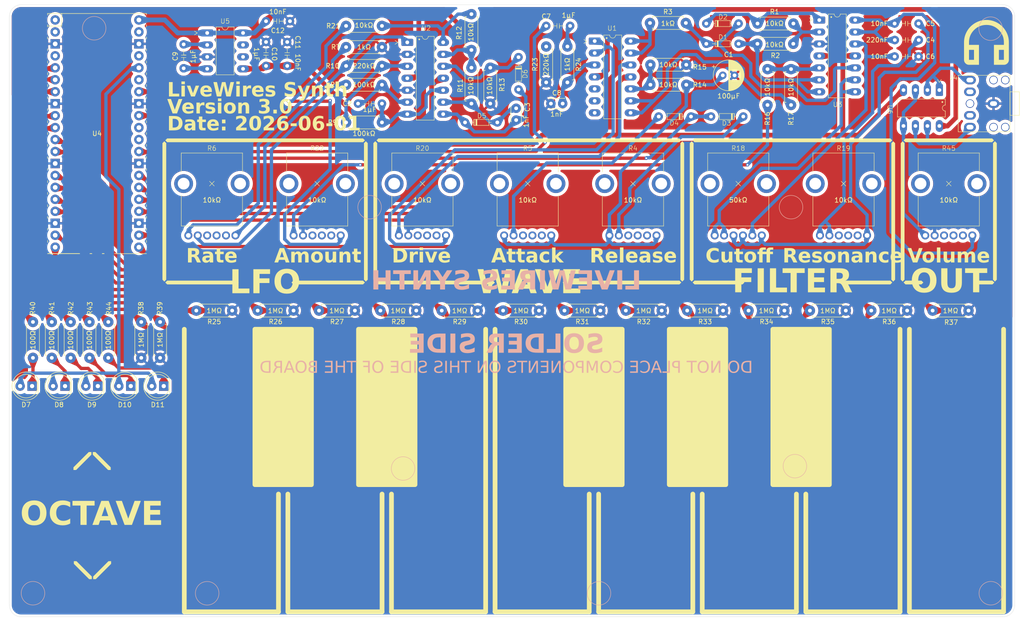
<source format=kicad_pcb>
(kicad_pcb (version 20241229) (generator "pcbnew") (generator_version "9.0")
  (title_block (title "LiveWires Synth") (date "2026-01-06") (rev "3.0") (company "LiveWires"))
  (layers (0 "F.Cu" signal) (2 "B.Cu" signal) (13 "F.Paste" user) (15 "B.Paste" user) (5 "F.SilkS" user "F.Silkscreen") (7 "B.SilkS" user "B.Silkscreen") (1 "F.Mask" user) (3 "B.Mask" user) (25 "Edge.Cuts" user))
  (net 0 "")
  (net 1 "ENV_OUT")
  (net 2 "GND")
  (net 3 "Net-(U2B-OUT)")
  (net 4 "Net-(U2B-IN-)")
  (net 5 "Net-(U2C-IN-)")
  (net 6 "Net-(U2C-OUT)")
  (net 7 "LPF_OUT")
  (net 8 "Net-(R19A-C)")
  (net 9 "Net-(R18A-R)")
  (net 10 "Net-(R18B-R)")
  (net 11 "Net-(C7-Pad2)")
  (net 12 "PWM_OUT")
  (net 13 "Net-(U5-CAP-)")
  (net 14 "Net-(U5-CAP+)")
  (net 15 "-5V")
  (net 16 "+5V")
  (net 17 "NOTE_ON")
  (net 18 "Net-(U2D-IN+)")
  (net 19 "+3V3")
  (net 20 "Net-(D7-PadK)")
  (net 21 "Net-(D8-PadK)")
  (net 22 "Net-(D9-PadK)")
  (net 23 "Net-(D10-PadK)")
  (net 24 "Net-(D11-PadK)")
  (net 25 "Net-(J1-C#)")
  (net 26 "Net-(J1-C2)")
  (net 27 "Net-(J1-C)")
  (net 28 "Net-(J1-Eb)")
  (net 29 "Net-(J1-F)")
  (net 30 "Net-(J1-B)")
  (net 31 "Net-(J1-E)")
  (net 32 "Net-(J1-Bb)")
  (net 33 "Net-(J1-D)")
  (net 34 "Net-(J1-G)")
  (net 35 "Net-(J1-F#)")
  (net 36 "Net-(J1-A)")
  (net 37 "Net-(J1-G#)")
  (net 38 "Net-(J2-TOUCH)")
  (net 39 "Net-(J3-TOUCH)")
  (net 42 "Net-(J4-L)")
  (net 43 "Net-(J4-R)")
  (net 44 "Net-(R6A-C)")
  (net 45 "Net-(R6A-R)")
  (net 46 "Net-(R6A-L)")
  (net 47 "Net-(U2A-IN+)")
  (net 48 "Net-(U2D-IN-)")
  (net 49 "Net-(U2D-OUT)")
  (net 50 "Net-(U1A-IN+)")
  (net 51 "LFO_OUT")
  (net 52 "VCA_SIG_OUT")
  (net 53 "WAVE_OUT")
  (net 54 "Net-(R20A-C)")
  (net 55 "Net-(R22A-R)")
  (net 56 "Net-(R45A-C)")
  (net 59 "Net-(U3B-IN-)")
  (net 60 "Net-(U1C-IN+)")
  (net 61 "Net-(U3B-IN+)")
  (net 62 "Net-(U3A-IN-)")
  (net 63 "Net-(U3A-OUT)")
  (net 64 "Net-(U3C-IN+)")
  (net 65 "Net-(U1C-IN-)")
  (net 66 "Net-(U1D-IN-)")
  (net 67 "Net-(U4A-GPIO3)")
  (net 68 "Net-(U4A-GPIO4)")
  (net 69 "Net-(U4A-GPIO5)")
  (net 70 "Net-(U4A-GPIO6)")
  (net 71 "Net-(U4A-GPIO7)")
  (net 80 "Net-(R4A-L)")
  (net 81 "Net-(R5A-L)")
  (footprint "LiveWires:PTV112-4420A" (layer "F.Cu") (at 224 59)
    (property "Reference" "R45")
    (property "Value" "10kΩ")
  )
  (footprint "LiveWires:LW_Res" (layer "F.Cu") (at 228.19 85.96 180)
    (property "Reference" "R37")
    (property "Value" "1MΩ")
  )
  (footprint "LiveWires:LW_Res" (layer "F.Cu") (at 52.5 96 90)
    (property "Reference" "R38")
    (property "Value" "1MΩ")
  )
  (footprint "LiveWires:PTV112-4420A" (layer "F.Cu") (at 89.857143 59)
    (property "Reference" "R22")
    (property "Value" "10kΩ")
  )
  (footprint "LiveWires:LW_Res" (layer "F.Cu") (at 176.063333 85.96 180)
    (property "Reference" "R33")
    (property "Value" "1MΩ")
  )
  (footprint "LiveWires:LW_CeramicCap_5.08mm" (layer "F.Cu") (at 101.08 42)
    (property "Reference" "C2")
    (property "Value" "1µF")
  )
  (footprint "LiveWires:LW_DIODE" (layer "F.Cu") (at 121.262 46)
    (property "Reference" "D5")
    (property "Value" "1N4148")
  )
  (footprint "LiveWires:LW_Res" (layer "F.Cu") (at 168.25 38 180)
    (property "Reference" "R14")
    (property "Value" "10kΩ")
  )
  (footprint "LiveWires:LW_Res" (layer "F.Cu") (at 138.500001 37.500001 90)
    (property "Reference" "R23")
    (property "Value" "220kΩ")
  )
  (footprint "LiveWires:LW_Res" (layer "F.Cu") (at 136.968333 85.96 180)
    (property "Reference" "R30")
    (property "Value" "1MΩ")
  )
  (footprint "LiveWires:LW_Res" (layer "F.Cu") (at 37.5 88.38 -90)
    (property "Reference" "R42")
    (property "Value" "100Ω")
  )
  (footprint "LiveWires:LW_Res" (layer "F.Cu") (at 96 38)
    (property "Reference" "R8")
    (property "Value" "100kΩ")
  )
  (footprint "LiveWires:LW_CeramicCap_5.08mm" (layer "F.Cu") (at 81.54 24.5 180)
    (property "Reference" "C12")
    (property "Value" "10nF")
  )
  (footprint "LiveWires:PTV112-4420A" (layer "F.Cu") (at 112.214286 59)
    (property "Reference" "R20")
    (property "Value" "10kΩ")
  )
  (footprint "LiveWires:LW_Res" (layer "F.Cu") (at 215.158333 85.96 180)
    (property "Reference" "R36")
    (property "Value" "1MΩ")
  )
  (footprint "LiveWires:LW_Res" (layer "F.Cu") (at 96 34)
    (property "Reference" "R10")
    (property "Value" "220kΩ")
  )
  (footprint "LiveWires:LW_CeramicCap_5.08mm" (layer "F.Cu") (at 141.04 25.5)
    (property "Reference" "C7")
    (property "Value" "1µF")
  )
  (footprint "LiveWires:LW_LED_D5.0mm" (layer "F.Cu") (at 57.275 102 180)
    (property "Reference" "D11")
    (property "Value" "Red")
  )
  (footprint "LiveWires:PTV112-4420A" (layer "F.Cu") (at 201.642857 59)
    (property "Reference" "R19")
    (property "Value" "10kΩ")
  )
  (footprint "LiveWires:LW_CeramicCap_5.08mm" (layer "F.Cu") (at 215.08 28.5 180)
    (property "Reference" "C4")
    (property "Value" "220nF")
  )
  (footprint "LiveWires:LW_LED_D5.0mm" (layer "F.Cu") (at 43.275 102 180)
    (property "Reference" "D9")
    (property "Value" "Red")
  )
  (footprint "LiveWires:LW_DIP8" (layer "F.Cu") (at 66.5 27)
    (property "Reference" "U5")
    (property "Value" "TC1044S")
  )
  (footprint "LiveWires:LW_DIP8" (layer "F.Cu") (at 222 39.13 -90)
    (property "Reference" "U6")
    (property "Value" "NJM4580D")
  )
  (footprint "LiveWires:LW_Res" (layer "F.Cu") (at 122.62 42 90)
    (property "Reference" "R11")
    (property "Value" "10kΩ")
  )
  (footprint "LiveWires:LW_Res" (layer "F.Cu") (at 191 25 180)
    (property "Reference" "R1")
    (property "Value" "10kΩ")
  )
  (footprint "LiveWires:LW_DIODE" (layer "F.Cu") (at 132.62 32.142 -90)
    (property "Reference" "D6")
    (property "Value" "1N4148")
  )
  (footprint "LiveWires:LW_DIP14_Narrow" (layer "F.Cu") (at 196.5 24.26)
    (property "Reference" "U3")
    (property "Value" "LM324N")
  )
  (footprint "LiveWires:LW_LED_D5.0mm" (layer "F.Cu") (at 36.315 102 180)
    (property "Reference" "D8")
    (property "Value" "Red")
  )
  (footprint "LiveWires:LW_RPi_Pico_SMD_TH" (layer "F.Cu") (at 43.11 48.37)
    (property "Reference" "U4")
    (property "Value" "Pi Pico")
  )
  (footprint "LiveWires:LW_Res" (layer "F.Cu") (at 168.25 33.75 180)
    (property "Reference" "R15")
    (property "Value" "10kΩ")
  )
  (footprint "LiveWires:LW_PIANO" (layer "F.Cu") (at 61.640202 149.927989)
    (property "Reference" "J1" (hide yes))
    (property "Value" "Keyboard")
  )
  (footprint "LiveWires:LW_Res" (layer "F.Cu") (at 190.5 42.3 90)
    (property "Reference" "R17")
    (property "Value" "10kΩ")
  )
  (footprint "LiveWires:LW_LED_D5.0mm" (layer "F.Cu") (at 29.315 101.999538 180)
    (property "Reference" "D7")
    (property "Value" "Red")
  )
  (footprint "LiveWires:LW_Res" (layer "F.Cu") (at 110.905 85.96 180)
    (property "Reference" "R28")
    (property "Value" "1MΩ")
  )
  (footprint "LiveWires:LW_Res" (layer "F.Cu") (at 103.62 30 180)
    (property "Reference" "R7")
    (property "Value" "1kΩ")
  )
  (footprint "LiveWires:PTV112-4420A" (layer "F.Cu") (at 179.285714 59)
    (property "Reference" "R18")
    (property "Value" "50kΩ")
  )
  (footprint "LiveWires:LW_DIODE" (layer "F.Cu") (at 172.5 29.3)
    (property "Reference" "D1")
    (property "Value" "1N4148")
  )
  (footprint "LiveWires:BASIC_TOUCH_PAD_15mm" (layer "F.Cu") (at 41.985595 117.998554)
    (property "Reference" "J2" (hide yes))
    (property "Value" "15mm Touch")
  )
  (footprint "LiveWires:LW_Res" (layer "F.Cu") (at 143.000001 29.88 -90)
    (property "Reference" "R24")
    (property "Value" "1kΩ")
  )
  (footprint "LiveWires:LW_Res" (layer "F.Cu") (at 41.5 88.38 -90)
    (property "Reference" "R43")
    (property "Value" "100Ω")
  )
  (footprint "LiveWires:LW_CeramicCap_5.08mm" (layer "F.Cu") (at 79 31.459999 -90)
    (property "Reference" "C10")
    (property "Value" "1µF")
  )
  (footprint "LiveWires:LW_Res" (layer "F.Cu") (at 189.095 85.96 180)
    (property "Reference" "R34")
    (property "Value" "1MΩ")
  )
  (footprint "LiveWires:PTV112-4420A" (layer "F.Cu") (at 134.571429 59)
    (property "Reference" "R5")
    (property "Value" "10kΩ")
  )
  (footprint "LiveWires:LW_Res" (layer "F.Cu") (at 56.5 96 90)
    (property "Reference" "R39")
    (property "Value" "1MΩ")
  )
  (footprint "LiveWires:PTV112-4420A" (layer "F.Cu") (at 156.928571 59)
    (property "Reference" "R4")
    (property "Value" "10kΩ")
  )
  (footprint "LiveWires:LW_Res" (layer "F.Cu") (at 163.031667 85.96 180)
    (property "Reference" "R32")
    (property "Value" "1MΩ")
  )
  (footprint "LiveWires:LW_DIODE" (layer "F.Cu") (at 180.358001 44.750001 180)
    (property "Reference" "D3")
    (property "Value" "1N4148")
  )
  (footprint "LiveWires:LW_Res" (layer "F.Cu") (at 97.873333 85.96 180)
    (property "Reference" "R27")
    (property "Value" "1MΩ")
  )
  (footprint "LiveWires:LW_DIP14_Narrow" (layer "F.Cu") (at 148.800001 28.719999)
    (property "Reference" "U1")
    (property "Value" "LM324N")
  )
  (footprint "LiveWires:LW_Res" (layer "F.Cu") (at 122.62 30.62 90)
    (property "Reference" "R12")
    (property "Value" "10kΩ")
  )
  (footprint "LiveWires:LW_Res" (layer "F.Cu") (at 126.62 42 90)
    (property "Reference" "R13")
    (property "Value" "10kΩ")
  )
  (footprint "LiveWires:LW_Res" (layer "F.Cu") (at 71.81 85.96 180)
    (property "Reference" "R25")
    (property "Value" "1MΩ")
  )
  (footprint "LiveWires:LW_Res" (layer "F.Cu") (at 103.62 25.5 180)
    (property "Reference" "R21")
    (property "Value" "10kΩ")
  )
  (footprint "LiveWires:LW_DIODE" (layer "F.Cu") (at 169.25 44.75 180)
    (property "Reference" "D4")
    (property "Value" "1N4148")
  )
  (footprint "LiveWires:LW_DIODE" (layer "F.Cu") (at 172.5 25)
    (property "Reference" "D2")
    (property "Value" "1N4148")
  )
  (footprint "LiveWires:LW_Cap_Disc" (layer "F.Cu") (at 139.500001 41.999999)
    (property "Reference" "C8")
    (property "Value" "1nF")
  )
  (footprint "LiveWires:LW_CeramicCap_5.08mm" (layer "F.Cu") (at 83.5 31.46 -90)
    (property "Reference" "C11")
    (property "Value" "10nF")
  )
  (footprint "LiveWires:LW_Res" (layer "F.Cu") (at 185.5 42.3 90)
    (property "Reference" "R16")
    (property "Value" "10kΩ")
  )
  (footprint "LiveWires:LW_CeramicCap_5.08mm" (layer "F.Cu") (at 215.04 25 180)
    (property "Reference" "C5")
    (property "Value" "10nF")
  )
  (footprint "LiveWires:LW_Res" (layer "F.Cu") (at 45.5 88.38 -90)
    (property "Reference" "R44")
    (property "Value" "100Ω")
  )
  (footprint "LiveWires:LW_Res" (layer "F.Cu") (at 202.126667 85.96 180)
    (property "Reference" "R35")
    (property "Value" "1MΩ")
  )
  (footprint "LiveWires:LW_Cap_Disc" (layer "F.Cu") (at 132.12 45.5 90)
    (property "Reference" "C3")
    (property "Value" "1nF")
  )
  (footprint "LiveWires:LW_CAP_Radial_D6.3mm_P2.50mm" (layer "F.Cu") (at 176 36)
    (property "Reference" "C1")
    (property "Value" "100µF")
  )
  (footprint "LiveWires:LW_Res" (layer "F.Cu") (at 33.5 88.38 -90)
    (property "Reference" "R41")
    (property "Value" "100Ω")
  )
  (footprint "LiveWires:LW_DIP14_Narrow" (layer "F.Cu") (at 109 29)
    (property "Reference" "U2")
    (property "Value" "LM324N")
  )
  (footprint "LiveWires:LW_Res" (layer "F.Cu") (at 84.841667 85.96 180)
    (property "Reference" "R26")
    (property "Value" "1MΩ")
  )
  (footprint "LiveWires:LW_Res" (layer "F.Cu") (at 96 46)
    (property "Reference" "R9")
    (property "Value" "100kΩ")
  )
  (footprint "LiveWires:BASIC_TOUCH_PAD_15mm" (layer "F.Cu") (at 42 140.5)
    (property "Reference" "J3" (hide yes))
    (property "Value" "15mm Touch")
  )
  (footprint "LiveWires:LW_Res" (layer "F.Cu") (at 123.936667 85.96 180)
    (property "Reference" "R29")
    (property "Value" "1MΩ")
  )
  (footprint "LiveWires:LW_Res" (layer "F.Cu") (at 29.5 88.38 -90)
    (property "Reference" "R40")
    (property "Value" "100Ω")
  )
  (footprint "LiveWires:LW_CeramicCap_5.08mm" (layer "F.Cu") (at 61.499999 31.96 90)
    (property "Reference" "C9")
    (property "Value" "1µF")
  )
  (footprint "LiveWires:LW_STEREO_JACK" (layer "F.Cu") (at 233.5 42 180)
    (property "Reference" "J4")
    (property "Value" "3.5mm Jack")
  )
  (footprint "LiveWires:PTV112-4420A" (layer "F.Cu") (at 67.5 59)
    (property "Reference" "R6")
    (property "Value" "10kΩ")
  )
  (footprint "LiveWires:LW_CeramicCap_5.08mm" (layer "F.Cu") (at 215.04 32 180)
    (property "Reference" "C6")
    (property "Value" "10nF")
  )
  (footprint "LiveWires:LW_Res" (layer "F.Cu") (at 150 85.96 180)
    (property "Reference" "R31")
    (property "Value" "1MΩ")
  )
  (footprint "LiveWires:LW_Res" (layer "F.Cu") (at 160.54 24.88)
    (property "Reference" "R3")
    (property "Value" "1kΩ")
  )
  (footprint "LiveWires:LW_Res" (layer "F.Cu") (at 183.358 29.3)
    (property "Reference" "R2")
    (property "Value" "10kΩ")
  )
  (footprint "LiveWires:LW_LED_D5.0mm" (layer "F.Cu") (at 50.275 101.999538 180)
    (property "Reference" "D10")
    (property "Value" "Red")
  )
  (gr_poly (pts (xy 166.8 50.2) (xy 167.2 49.8) (xy 166.8 49.4) (xy 102.859279 49.4) (xy 102.459279 49.8) (xy 102.859279 50.2)) (fill yes) (layer "F.SilkS"))
  (gr_poly (pts (xy 170 79.6) (xy 169.6 80) (xy 170 80.4) (xy 180.2 80.4) (xy 180.6 80) (xy 180.2 79.6)) (fill yes) (layer "F.SilkS"))
  (gr_line (start 222.4 36.9) (end 221.999999 37.5) (stroke (width 0.1)) (layer "F.SilkS"))
  (gr_line (start 147.1 28.800001) (end 146.5 29.199999) (stroke (width 0.1)) (layer "F.SilkS"))
  (gr_poly (pts (xy 84.4 80) (xy 84.8 79.6) (xy 99.6 79.6) (xy 100 80) (xy 99.6 80.4) (xy 84.8 80.4)) (fill yes) (layer "F.SilkS"))
  (gr_poly (pts (xy 166.799301 80.399999) (xy 167.199301 79.999999) (xy 166.799301 79.599999) (xy 142.399301 79.599999) (xy 141.999301 79.999999) (xy 142.399301 80.399999)) (fill yes) (layer "F.SilkS"))
  (gr_poly (pts (xy 99.6 50.2) (xy 100 49.8) (xy 99.6 49.4) (xy 58 49.4) (xy 57.6 49.8) (xy 58 50.2)) (fill yes) (layer "F.SilkS"))
  (gr_poly (pts (xy 99.8 79.4) (xy 100.2 79.8) (xy 100.6 79.4) (xy 100.6 50.4) (xy 100.2 50) (xy 99.8 50.4)) (fill yes) (layer "F.SilkS"))
  (gr_line (start 106.4 28.599999) (end 107 29) (stroke (width 0.1)) (layer "F.SilkS"))
  (gr_line (start 63.8 26.599999) (end 64.4 27) (stroke (width 0.1)) (layer "F.SilkS"))
  (gr_poly (pts (xy 127.2 80.4) (xy 127.6 80) (xy 127.2 79.6) (xy 102.8 79.6) (xy 102.4 80) (xy 102.8 80.4)) (fill yes) (layer "F.SilkS"))
  (gr_poly (pts (xy 211.6 50.2) (xy 212 49.8) (xy 211.6 49.4) (xy 170 49.4) (xy 169.6 49.8) (xy 170 50.2)) (fill yes) (layer "F.SilkS"))
  (gr_poly (pts (xy 38.09878 119.818376) (xy 38.664465 119.818374) (xy 41.917156 116.565684) (xy 41.917156 115.999999) (xy 41.351472 115.999999) (xy 38.09878 119.25269)) (fill yes) (layer "F.SilkS"))
  (gr_line (start 195 24.2) (end 194.4 24.6) (stroke (width 0.1)) (layer "F.SilkS"))
  (gr_poly (pts (xy 211.8 79.4) (xy 212.2 79.8) (xy 212.6 79.4) (xy 212.6 50.4) (xy 212.2 50) (xy 211.8 50.4)) (fill yes) (layer "F.SilkS"))
  (gr_poly (pts (xy 57.6 80) (xy 58 79.6) (xy 72.8 79.6) (xy 73.2 80) (xy 72.8 80.4) (xy 58 80.4)) (fill yes) (layer "F.SilkS"))
  (gr_poly (pts (xy 214.8 49.4) (xy 214.4 49.8) (xy 214.8 50.2) (xy 233.2 50.2) (xy 233.6 49.8) (xy 233.2 49.4)) (fill yes) (layer "F.SilkS"))
  (gr_poly (pts (xy 229.874284 79.6) (xy 229.474284 80) (xy 229.874284 80.4) (xy 233.274284 80.4) (xy 233.674284 80) (xy 233.274284 79.6)) (fill yes) (layer "F.SilkS"))
  (gr_poly (pts (xy 42 143) (xy 42 142.434315) (xy 38.74731 139.181626) (xy 38.181624 139.181624) (xy 38.181624 139.74731) (xy 41.434315 143.000002)) (fill yes) (layer "F.SilkS"))
  (gr_line (start 146.5 28.4) (end 147.1 28.800001) (stroke (width 0.1)) (layer "F.SilkS"))
  (gr_poly (pts (xy 57 79.4) (xy 57.4 79.8) (xy 57.8 79.4) (xy 57.8 50.4) (xy 57.4 50) (xy 57 50.4)) (fill yes) (layer "F.SilkS"))
  (gr_poly (pts (xy 214.8 79.6) (xy 214.4 80) (xy 214.8 80.4) (xy 218.2 80.4) (xy 218.6 80) (xy 218.2 79.6)) (fill yes) (layer "F.SilkS"))
  (gr_poly (pts (xy 166.999289 79.397914) (xy 167.399289 79.797914) (xy 167.799289 79.397914) (xy 167.799289 50.397914) (xy 167.399289 49.997914) (xy 166.999289 50.397914)) (fill yes) (layer "F.SilkS"))
  (gr_poly (pts (xy 233.4 79.4) (xy 233.8 79.8) (xy 234.2 79.4) (xy 234.2 50.4) (xy 233.8 50) (xy 233.4 50.4)) (fill yes) (layer "F.SilkS"))
  (gr_line (start 107 29) (end 106.4 29.399998) (stroke (width 0.1)) (layer "F.SilkS"))
  (gr_line (start 221.999999 37.5) (end 221.600001 36.9) (stroke (width 0.1)) (layer "F.SilkS"))
  (gr_poly (pts (xy 42.2 116) (xy 42.2 116.565685) (xy 45.45269 119.818374) (xy 46.018376 119.818376) (xy 46.018376 119.25269) (xy 42.765685 115.999998)) (fill yes) (layer "F.SilkS"))
  (gr_poly (pts (xy 201.4 79.6) (xy 201 80) (xy 201.4 80.4) (xy 211.6 80.4) (xy 212 80) (xy 211.6 79.6)) (fill yes) (layer "F.SilkS"))
  (gr_poly (pts (xy 101.8 79.382809) (xy 102.2 79.782809) (xy 102.6 79.382809) (xy 102.6 50.382809) (xy 102.2 49.982809) (xy 101.8 50.382809)) (fill yes) (layer "F.SilkS"))
  (gr_line (start 64.4 27) (end 63.8 27.399998) (stroke (width 0.1)) (layer "F.SilkS"))
  (gr_poly (pts (xy 232.123533 24.238974) (xy 232.246084 24.243392) (xy 232.367653 24.250756) (xy 232.48824 24.261065) (xy 232.607845 24.27432) (xy 232.726468 24.290521) (xy 232.844109 24.309667) (xy 232.960769 24.331759) (xy 233.076447 24.356796) (xy 233.191142 24.384779) (xy 233.304856 24.415707) (xy 233.417588 24.449581) (xy 233.529339 24.4864) (xy 233.640107 24.526165) (xy 233.749894 24.568876) (xy 233.858698 24.614532) (xy 233.966134 24.662695) (xy 234.071812 24.712924) (xy 234.175733 24.765221) (xy 234.277898 24.819584) (xy 234.378305 24.876015) (xy 234.476955 24.934513) (xy 234.573849 24.995078) (xy 234.668985 25.057709) (xy 234.762364 25.122408) (xy 234.853987 25.189174) (xy 234.943852 25.258007) (xy 235.03196 25.328907) (xy 235.118312 25.401874) (xy 235.202906 25.476909) (xy 235.285743 25.55401) (xy 235.366824 25.633178) (xy 235.445992 25.714258) (xy 235.523093 25.797095) (xy 235.598127 25.88169) (xy 235.671094 25.968041) (xy 235.741995 26.056149) (xy 235.810828 26.146015) (xy 235.877594 26.237637) (xy 235.942292 26.331016) (xy 236.004924 26.426153) (xy 236.065489 26.523046) (xy 236.123987 26.621696) (xy 236.180417 26.722104) (xy 236.234781 26.824268) (xy 236.287077 26.928189) (xy 236.337307 27.033868) (xy 236.385469 27.141303) (xy 236.431125 27.250108) (xy 236.473836 27.359894) (xy 236.513601 27.470663) (xy 236.55042 27.582413) (xy 236.584294 27.695145) (xy 236.615222 27.808859) (xy 236.643205 27.923555) (xy 236.668242 28.039233) (xy 236.690334 28.155892) (xy 236.70948 28.273534) (xy 236.725681 28.392157) (xy 236.738936 28.511762) (xy 236.749245 28.632349) (xy 236.756609 28.753918) (xy 236.761027 28.876468) (xy 236.7625 29.000001) (xy 236.7625 32.704167) (xy 236.761286 32.758246) (xy 236.757643 32.811344) (xy 236.751571 32.86346) (xy 236.74307 32.914594) (xy 236.73214 32.964745) (xy 236.718782 33.013916) (xy 236.702995 33.062104) (xy 236.684779 33.10931) (xy 236.664134 33.155535) (xy 236.641061 33.200777) (xy 236.615558 33.245038) (xy 236.587627 33.288317) (xy 236.557267 33.330614) (xy 236.524479 33.37193) (xy 236.489261 33.412263) (xy 236.451615 33.451615) (xy 236.412263 33.489261) (xy 236.37193 33.524479) (xy 236.330614 33.557267) (xy 236.288317 33.587627) (xy 236.245038 33.615558) (xy 236.200777 33.641061) (xy 236.155535 33.664134) (xy 236.10931 33.684779) (xy 236.062104 33.702995) (xy 236.013916 33.718782) (xy 235.964745 33.73214) (xy 235.914594 33.74307) (xy 235.86346 33.751571) (xy 235.811344 33.757643) (xy 235.758246 33.761286) (xy 235.704167 33.7625) (xy 233.587501 33.7625) (xy 233.587501 32.704167) (xy 234.645834 32.704167) (xy 235.704167 32.704167) (xy 235.704167 30.587501) (xy 234.645834 30.587501) (xy 234.645834 32.704167) (xy 233.587501 32.704167) (xy 233.587501 29.529168) (xy 235.704167 29.529168) (xy 235.704167 29.000001) (xy 235.699955 28.808359) (xy 235.68732 28.620386) (xy 235.666262 28.436082) (xy 235.636781 28.255447) (xy 235.598876 28.078481) (xy 235.552548 27.905184) (xy 235.497797 27.735556) (xy 235.434623 27.569597) (xy 235.363025 27.407307) (xy 235.283004 27.248686) (xy 235.19456 27.093735) (xy 235.097693 26.942452) (xy 234.992402 26.794838) (xy 234.878688 26.650894) (xy 234.756551 26.510618) (xy 234.62599 26.374011) (xy 234.489384 26.243451) (xy 234.349108 26.121314) (xy 234.205163 26.0076) (xy 234.05755 25.902309) (xy 233.906267 25.805441) (xy 233.751315 25.716997) (xy 233.592694 25.636976) (xy 233.430404 25.565379) (xy 233.264446 25.502204) (xy 233.094818 25.447453) (xy 232.921521 25.401125) (xy 232.744555 25.36322) (xy 232.56392 25.333739) (xy 232.379616 25.312681) (xy 232.191643 25.300046) (xy 232.000001 25.295834) (xy 231.808359 25.300046) (xy 231.620386 25.312681) (xy 231.436082 25.333739) (xy 231.255447 25.36322) (xy 231.078481 25.401125) (xy 230.905184 25.447453) (xy 230.735556 25.502204) (xy 230.569597 25.565379) (xy 230.407307 25.636976) (xy 230.248687 25.716997) (xy 230.093735 25.805441) (xy 229.942452 25.902309) (xy 229.794838 26.0076) (xy 229.650894 26.121314) (xy 229.510618 26.243451) (xy 229.374011 26.374011) (xy 229.243451 26.510618) (xy 229.121313 26.650894) (xy 229.007599 26.794838) (xy 228.902309 26.942452) (xy 228.805441 27.093735) (xy 228.716997 27.248686) (xy 228.636976 27.407307) (xy 228.565378 27.569597) (xy 228.502204 27.735556) (xy 228.447453 27.905184) (xy 228.401125 28.078481) (xy 228.36322 28.255447) (xy 228.333739 28.436082) (xy 228.312681 28.620386) (xy 228.300046 28.808359) (xy 228.295834 29.000001) (xy 228.295834 29.529168) (xy 230.412501 29.529168) (xy 230.412501 33.7625) (xy 228.295834 33.7625) (xy 228.241755 33.761286) (xy 228.188657 33.757643) (xy 228.136542 33.751571) (xy 228.085408 33.74307) (xy 228.035256 33.73214) (xy 227.986086 33.718782) (xy 227.937897 33.702995) (xy 227.890691 33.684779) (xy 227.844466 33.664134) (xy 227.799224 33.641061) (xy 227.754963 33.615558) (xy 227.711684 33.587627) (xy 227.669387 33.557267) (xy 227.628071 33.524479) (xy 227.587738 33.489261) (xy 227.548386 33.451615) (xy 227.51074 33.412263) (xy 227.475523 33.37193) (xy 227.442734 33.330614) (xy 227.412374 33.288317) (xy 227.384443 33.245038) (xy 227.358941 33.200777) (xy 227.335867 33.155535) (xy 227.315222 33.10931) (xy 227.297006 33.062104) (xy 227.281219 33.013916) (xy 227.267861 32.964745) (xy 227.256931 32.914594) (xy 227.248431 32.86346) (xy 227.242359 32.811344) (xy 227.238715 32.758246) (xy 227.237501 32.704167) (xy 228.295834 32.704167) (xy 229.354167 32.704167) (xy 229.354167 30.587501) (xy 228.295834 30.587501) (xy 228.295834 32.704167) (xy 227.237501 32.704167) (xy 227.237501 29.000001) (xy 227.238974 28.876468) (xy 227.243392 28.753918) (xy 227.250756 28.632349) (xy 227.261065 28.511762) (xy 227.27432 28.392157) (xy 227.290521 28.273534) (xy 227.309667 28.155892) (xy 227.331759 28.039233) (xy 227.356796 27.923555) (xy 227.384779 27.808859) (xy 227.415707 27.695145) (xy 227.449581 27.582413) (xy 227.4864 27.470663) (xy 227.526165 27.359894) (xy 227.568876 27.250108) (xy 227.614532 27.141303) (xy 227.662695 27.033868) (xy 227.712924 26.928189) (xy 227.765221 26.824268) (xy 227.819584 26.722104) (xy 227.876015 26.621696) (xy 227.934513 26.523046) (xy 227.995077 26.426153) (xy 228.057709 26.331016) (xy 228.122408 26.237637) (xy 228.189174 26.146015) (xy 228.258007 26.056149) (xy 228.328907 25.968041) (xy 228.401874 25.88169) (xy 228.476908 25.797095) (xy 228.55401 25.714258) (xy 228.633178 25.633178) (xy 228.714258 25.55401) (xy 228.797096 25.476909) (xy 228.88169 25.401874) (xy 228.968041 25.328907) (xy 229.05615 25.258007) (xy 229.146015 25.189174) (xy 229.237637 25.122408) (xy 229.331017 25.057709) (xy 229.426153 24.995078) (xy 229.523046 24.934513) (xy 229.621696 24.876015) (xy 229.722104 24.819584) (xy 229.824268 24.765221) (xy 229.928189 24.712924) (xy 230.033868 24.662695) (xy 230.141303 24.614532) (xy 230.250108 24.568876) (xy 230.359894 24.526165) (xy 230.470663 24.4864) (xy 230.582413 24.449581) (xy 230.695145 24.415707) (xy 230.808859 24.384779) (xy 230.923555 24.356796) (xy 231.039233 24.331759) (xy 231.155892 24.309667) (xy 231.273534 24.290521) (xy 231.392157 24.27432) (xy 231.511762 24.261065) (xy 231.632349 24.250756) (xy 231.753918 24.243392) (xy 231.876468 24.238974) (xy 232.000001 24.237501)) (fill yes) (layer "F.SilkS"))
  (gr_poly (pts (xy 213.798312 79.399734) (xy 214.198312 79.799734) (xy 214.598312 79.399734) (xy 214.598312 50.399734) (xy 214.198312 49.999734) (xy 213.798312 50.399734)) (fill yes) (layer "F.SilkS"))
  (gr_poly (pts (xy 46.10122 139.181624) (xy 45.535535 139.181626) (xy 42.282844 142.434316) (xy 42.282844 143.000001) (xy 42.848528 143.000001) (xy 46.10122 139.74731)) (fill yes) (layer "F.SilkS"))
  (gr_line (start 194.4 23.8) (end 195 24.2) (stroke (width 0.1)) (layer "F.SilkS"))
  (gr_poly (pts (xy 168.99871 79.397914) (xy 169.39871 79.797914) (xy 169.79871 79.397914) (xy 169.79871 50.397914) (xy 169.39871 49.997914) (xy 168.99871 50.397914)) (fill yes) (layer "F.SilkS"))
  (gr_circle (center 190.5 64) (end 188 64) (stroke (width 0.1)) (fill no) (layer "B.SilkS"))
  (gr_circle (center 191.321052 119) (end 188.821052 119) (stroke (width 0.1)) (fill no) (layer "B.SilkS"))
  (gr_circle (center 66.5 146) (end 64 146) (stroke (width 0.1)) (fill no) (layer "B.SilkS"))
  (gr_circle (center 108.107017 119.5) (end 105.607017 119.5) (stroke (width 0.1)) (fill no) (layer "B.SilkS"))
  (gr_circle (center 149.714035 146) (end 147.214035 146) (stroke (width 0.1)) (fill no) (layer "B.SilkS"))
  (gr_circle (center 42.5 26) (end 40 26) (stroke (width 0.1)) (fill no) (layer "B.SilkS"))
  (gr_circle (center 29.503898 145.987952) (end 27.003898 145.987952) (stroke (width 0.1)) (fill no) (layer "B.SilkS"))
  (gr_circle (center 232.928069 145.987952) (end 230.428069 145.987952) (stroke (width 0.1)) (fill no) (layer "B.SilkS"))
  (gr_circle (center 232.889355 26.086853) (end 230.389355 26.086853) (stroke (width 0.1)) (fill no) (layer "B.SilkS"))
  (gr_circle (center 101 64) (end 98.5 64) (stroke (width 0.1)) (fill no) (layer "B.SilkS"))
  (gr_arc (start 24.5 23.5) (mid 25.232233 21.732233) (end 27 21) (stroke (width 0.05)) (layer "Edge.Cuts"))
  (gr_line (start 27 151) (end 235.5 151) (stroke (width 0.05)) (layer "Edge.Cuts"))
  (gr_line (start 24.5 148.5) (end 24.5 23.5) (stroke (width 0.05)) (layer "Edge.Cuts"))
  (gr_arc (start 235.5 21) (mid 237.267767 21.732233) (end 238 23.5) (stroke (width 0.05)) (layer "Edge.Cuts"))
  (gr_line (start 238 148.5) (end 238 23.5) (stroke (width 0.05)) (layer "Edge.Cuts"))
  (gr_arc (start 238 148.5) (mid 237.267767 150.267767) (end 235.5 151) (stroke (width 0.05)) (layer "Edge.Cuts"))
  (gr_arc (start 27 151) (mid 25.232233 150.267767) (end 24.5 148.5) (stroke (width 0.05)) (layer "Edge.Cuts"))
  (gr_line (start 235.5 21) (end 27 21) (stroke (width 0.05)) (layer "Edge.Cuts"))
  (gr_text "LFO" (at 78.8 80.2 0) (layer "F.SilkS") (effects (font (size 5 5) (thickness 0.75) (bold yes))))
  (gr_text "Date: ${CURRENT_DATE}" (at 58 48.2 0) (layer "F.SilkS") (effects (font (size 3 3) (thickness 0.2) (bold yes)) (justify left bottom)))
  (gr_text "Attack" (at 134.5 74.5 0) (layer "F.SilkS") (effects (font (size 3 3) (thickness 0.4) (bold yes))))
  (gr_text "FILTER" (at 190.8 80 0) (layer "F.SilkS") (effects (font (size 5 5) (thickness 0.75) (bold yes))))
  (gr_text "Drive" (at 112 74.5 0) (layer "F.SilkS") (effects (font (size 3 3) (thickness 0.4) (bold yes))))
  (gr_text "Cutoff" (at 179.5 74.5 0) (layer "F.SilkS") (effects (font (size 3 3) (thickness 0.4) (bold yes))))
  (gr_text "Version 3.0" (at 58 44.6 0) (layer "F.SilkS") (effects (font (size 3 3) (thickness 0.2) (bold yes)) (justify left bottom)))
  (gr_text "OCTAVE" (at 42 129.4 0) (layer "F.SilkS") (effects (font (size 5 5) (thickness 0.75) (bold yes))))
  (gr_text "LiveWires Synth\n" (at 58 41 0) (layer "F.SilkS") (effects (font (size 3 3) (thickness 0.2) (bold yes)) (justify left bottom)))
  (gr_text "Resonance" (at 201.5 74.5 0) (layer "F.SilkS") (effects (font (size 3 3) (thickness 0.4) (bold yes))))
  (gr_text "Volume" (at 224 74.5 0) (layer "F.SilkS") (effects (font (size 3 3) (thickness 0.4) (bold yes))))
  (gr_text "OUT" (at 224 80 0) (layer "F.SilkS") (effects (font (size 5 5) (thickness 0.75) (bold yes))))
  (gr_text "Amount" (at 90 74.5 0) (layer "F.SilkS") (effects (font (size 3 3) (thickness 0.4) (bold yes))))
  (gr_text "Release" (at 157 74.5 0) (layer "F.SilkS") (effects (font (size 3 3) (thickness 0.4) (bold yes))))
  (gr_text "Rate" (at 67.5 74.5 0) (layer "F.SilkS") (effects (font (size 3 3) (thickness 0.7) (bold yes))))
  (gr_text "WAVE" (at 134.98466 80.189583 0) (layer "F.SilkS") (effects (font (size 5 5) (thickness 0.75) (bold yes))))
  (gr_text "LIVEWIRES SYNTH\n\nSOLDER SIDE\n" (at 130 95.6 0) (layer "B.SilkS") (effects (font (size 4 4) (thickness 0.8) (bold yes)) (justify bottom mirror)))
  (gr_text "DO NOT PLACE COMPONENTS ON THIS SIDE OF THE BOARD" (at 130 99.6 0) (layer "B.SilkS") (effects (font (size 2.5 2.5) (thickness 0.1)) (justify bottom mirror)))
  (segment (start 139.571429 71.202081) (end 140.369348 72) (width 0.7) (layer "B.Cu") (net 1))
  (segment (start 154.259343 63.259343) (end 154.259343 56.509343) (width 0.7) (layer "B.Cu") (net 1))
  (segment (start 130.270348 71.901) (end 138.87251 71.901) (width 0.7) (layer "B.Cu") (net 1))
  (segment (start 139.571429 71.202081) (end 139.571429 70) (width 0.7) (layer "B.Cu") (net 1))
  (segment (start 151.928571 65.590115) (end 154.259343 63.259343) (width 0.7) (layer "B.Cu") (net 1))
  (segment (start 161.928571 71.202081) (end 161.928571 70) (width 0.7) (layer "B.Cu") (net 1))
  (segment (start 152.62749 71.901) (end 161.229652 71.901) (width 0.7) (layer "B.Cu") (net 1))
  (segment (start 129.571429 71.202081) (end 130.270348 71.901) (width 0.7) (layer "B.Cu") (net 1))
  (segment (start 168.25 42.518686) (end 168.25 38) (width 0.7) (layer "B.Cu") (net 1))
  (segment (start 129.571429 70) (end 129.571429 71.202081) (width 0.7) (layer "B.Cu") (net 1))
  (segment (start 174 38) (end 176 36) (width 0.7) (layer "B.Cu") (net 1))
  (segment (start 151.928571 70) (end 151.928571 71.202081) (width 0.7) (layer "B.Cu") (net 1))
  (segment (start 151.928571 71.202081) (end 152.62749 71.901) (width 0.7) (layer "B.Cu") (net 1))
  (segment (start 154.259343 56.509343) (end 168.25 42.518686) (width 0.7) (layer "B.Cu") (net 1))
  (segment (start 161.229652 71.901) (end 161.928571 71.202081) (width 0.7) (layer "B.Cu") (net 1))
  (segment (start 140.369348 72) (end 151.130652 72) (width 0.7) (layer "B.Cu") (net 1))
  (segment (start 151.130652 72) (end 151.928571 71.202081) (width 0.7) (layer "B.Cu") (net 1))
  (segment (start 168.25 38) (end 174 38) (width 0.7) (layer "B.Cu") (net 1))
  (segment (start 138.87251 71.901) (end 139.571429 71.202081) (width 0.7) (layer "B.Cu") (net 1))
  (segment (start 151.928571 70) (end 151.928571 65.590115) (width 0.7) (layer "B.Cu") (net 1))
  (segment (start 109.214286 70) (end 109.214286 68.785714) (width 0.7) (layer "B.Cu") (net 2))
  (segment (start 221 70) (end 221 67.5) (width 0.7) (layer "B.Cu") (net 2))
  (segment (start 109.214286 68.785714) (end 110 68) (width 0.7) (layer "B.Cu") (net 2))
  (segment (start 86.857143 68.642857) (end 87.5 68) (width 0.7) (layer "B.Cu") (net 2))
  (segment (start 86.857143 70) (end 86.857143 68.642857) (width 0.7) (layer "B.Cu") (net 2))
  (segment (start 113 42.75) (end 113 40.25) (width 0.7) (layer "B.Cu") (net 3))
  (segment (start 113 40.25) (end 114.09 39.16) (width 0.7) (layer "B.Cu") (net 3))
  (segment (start 107.01 44.24) (end 109 44.24) (width 0.7) (layer "B.Cu") (net 3))
  (segment (start 114.09 39.16) (end 116.62 39.16) (width 0.7) (layer "B.Cu") (net 3))
  (segment (start 103.62 46) (end 105.25 46) (width 0.7) (layer "B.Cu") (net 3))
  (segment (start 111.51 44.24) (end 113 42.75) (width 0.7) (layer "B.Cu") (net 3))
  (segment (start 109 44.24) (end 111.51 44.24) (width 0.7) (layer "B.Cu") (net 3))
  (segment (start 105.25 46) (end 107.01 44.24) (width 0.7) (layer "B.Cu") (net 3))
  (segment (start 103.62 42) (end 103.62 46) (width 0.7) (layer "B.Cu") (net 3))
  (segment (start 107.32 41.7) (end 109 41.7) (width 0.7) (layer "B.Cu") (net 4))
  (segment (start 99.62 42) (end 103.62 38) (width 0.7) (layer "B.Cu") (net 4))
  (segment (start 98.54 42) (end 99.62 42) (width 0.7) (layer "B.Cu") (net 4))
  (segment (start 103.62 38) (end 107.32 41.7) (width 0.7) (layer "B.Cu") (net 4))
  (segment (start 116.62 41.7) (end 122.32 41.7) (width 0.7) (layer "B.Cu") (net 5))
  (segment (start 126.62 46) (end 128.12 46) (width 0.7) (layer "B.Cu") (net 5))
  (segment (start 128.12 46) (end 131.12 43) (width 0.7) (layer "B.Cu") (net 5))
  (segment (start 131.12 43) (end 132.12 43) (width 0.7) (layer "B.Cu") (net 5))
  (segment (start 122.62 42) (end 126.62 46) (width 0.7) (layer "B.Cu") (net 5))
  (segment (start 122.32 41.7) (end 122.62 42) (width 0.7) (layer "B.Cu") (net 5))
  (segment (start 132.12 45.5) (end 129.62 48) (width 0.7) (layer "B.Cu") (net 6))
  (segment (start 121.262 46) (end 119.502 44.24) (width 0.7) (layer "B.Cu") (net 6))
  (segment (start 119.502 44.24) (end 116.62 44.24) (width 0.7) (layer "B.Cu") (net 6))
  (segment (start 134.171 40.551) (end 134.171 44.863213) (width 0.7) (layer "B.Cu") (net 6))
  (segment (start 133.534213 45.5) (end 132.12 45.5) (width 0.7) (layer "B.Cu") (net 6))
  (segment (start 129.62 48) (end 123.262 48) (width 0.7) (layer "B.Cu") (net 6))
  (segment (start 134.171 44.863213) (end 133.534213 45.5) (width 0.7) (layer "B.Cu") (net 6))
  (segment (start 123.262 48) (end 121.262 46) (width 0.7) (layer "B.Cu") (net 6))
  (segment (start 132.62 39) (end 134.171 40.551) (width 0.7) (layer "B.Cu") (net 6))
  (segment (start 217.567444 36.753) (end 213.710001 36.753) (width 0.7) (layer "B.Cu") (net 7))
  (segment (start 204.12 24.26) (end 209.31 24.26) (width 0.7) (layer "B.Cu") (net 7))
  (segment (start 209.31 24.26) (end 210.05 25) (width 0.7) (layer "B.Cu") (net 7))
  (segment (start 211.75 38.713001) (end 211.75 69.25) (width 0.7) (layer "B.Cu") (net 7))
  (segment (start 208.25 26.8) (end 210.05 25) (width 0.7) (layer "B.Cu") (net 7))
  (segment (start 216.25 73.75) (end 227.75 73.75) (width 0.7) (layer "B.Cu") (net 7))
  (segment (start 213.710001 36.753) (end 211.75 38.713001) (width 0.7) (layer "B.Cu") (net 7))
  (segment (start 214.451 23.049) (end 218.388131 23.049) (width 0.7) (layer "B.Cu") (net 7))
  (segment (start 221 25.660869) (end 221 33.320445) (width 0.7) (layer "B.Cu") (net 7))
  (segment (start 221 33.320445) (end 217.567444 36.753) (width 0.7) (layer "B.Cu") (net 7))
  (segment (start 208.25 26.8) (end 208.3 26.8) (width 0.7) (layer "B.Cu") (net 7))
  (segment (start 229 72.5) (end 229 70) (width 0.7) (layer "B.Cu") (net 7))
  (segment (start 211.75 69.25) (end 216.25 73.75) (width 0.7) (layer "B.Cu") (net 7))
  (segment (start 204.12 26.8) (end 208.25 26.8) (width 0.7) (layer "B.Cu") (net 7))
  (segment (start 210 28.5) (end 212.54 28.5) (width 0.7) (layer "B.Cu") (net 7))
  (segment (start 218.388131 23.049) (end 221 25.660869) (width 0.7) (layer "B.Cu") (net 7))
  (segment (start 208.3 26.8) (end 210 28.5) (width 0.7) (layer "B.Cu") (net 7))
  (segment (start 227.75 73.75) (end 229 72.5) (width 0.7) (layer "B.Cu") (net 7))
  (segment (start 210.05 25) (end 212.5 25) (width 0.7) (layer "B.Cu") (net 7))
  (segment (start 212.5 25) (end 214.451 23.049) (width 0.7) (layer "B.Cu") (net 7))
  (segment (start 201.75 63) (end 197.75 67) (width 0.7) (layer "B.Cu") (net 8))
  (segment (start 201.75 49.981314) (end 201.75 63) (width 0.7) (layer "B.Cu") (net 8))
  (segment (start 217.62 28.5) (end 215.629 30.491) (width 0.7) (layer "B.Cu") (net 8))
  (segment (start 214.004566 33.254566) (end 213.308131 33.951) (width 0.7) (layer "B.Cu") (net 8))
  (segment (start 207.822 35.178) (end 207.822 43.909313) (width 0.7) (layer "B.Cu") (net 8))
  (segment (start 196.642857 68.107143) (end 197.75 67) (width 0.7) (layer "B.Cu") (net 8))
  (segment (start 209.049 33.951) (end 207.822 35.178) (width 0.7) (layer "B.Cu") (net 8))
  (segment (start 197.75 67) (end 198.642857 67.892857) (width 0.7) (layer "B.Cu") (net 8))
  (segment (start 207.822 43.909313) (end 201.75 49.981314) (width 0.7) (layer "B.Cu") (net 8))
  (segment (start 213.308131 33.951) (end 209.049 33.951) (width 0.7) (layer "B.Cu") (net 8))
  (segment (start 215.629 30.491) (end 215.629 31.630131) (width 0.7) (layer "B.Cu") (net 8))
  (segment (start 198.642857 67.892857) (end 198.642857 70) (width 0.7) (layer "B.Cu") (net 8))
  (segment (start 196.642857 70) (end 196.642857 68.107143) (width 0.7) (layer "B.Cu") (net 8))
  (segment (start 215.629 31.630131) (end 214.004566 33.254566) (width 0.7) (layer "B.Cu") (net 8))
  (segment (start 206.642857 65.642857) (end 203.151 62.151) (width 0.7) (layer "B.Cu") (net 9))
  (segment (start 209.223 44.489626) (end 209.223 36.527) (width 0.7) (layer "B.Cu") (net 9))
  (segment (start 219.571 32.768131) (end 219.571 26.991) (width 0.7) (layer "B.Cu") (net 9))
  (segment (start 183.586795 71.901) (end 180.972428 71.901) (width 0.7) (layer "B.Cu") (net 9))
  (segment (start 184.301081 71.202081) (end 185 71.901) (width 0.7) (layer "B.Cu") (net 9))
  (segment (start 179.5 72) (end 179 72) (width 0.7) (layer "B.Cu") (net 9))
  (segment (start 205.943938 71.901) (end 206.642857 71.202081) (width 0.7) (layer "B.Cu") (net 9))
  (segment (start 184.285714 71.202081) (end 184.301081 71.202081) (width 0.7) (layer "B.Cu") (net 9))
  (segment (start 219.571 26.991) (end 217.58 25) (width 0.7) (layer "B.Cu") (net 9))
  (segment (start 178.285714 71.285714) (end 178.285714 70) (width 0.7) (layer "B.Cu") (net 9))
  (segment (start 206.642857 71.202081) (end 206.642857 70) (width 0.7) (layer "B.Cu") (net 9))
  (segment (start 180.285714 71.214286) (end 179.5 72) (width 0.7) (layer "B.Cu") (net 9))
  (segment (start 184.285714 71.202081) (end 183.586795 71.901) (width 0.7) (layer "B.Cu") (net 9))
  (segment (start 216.987131 35.352) (end 219.571 32.768131) (width 0.7) (layer "B.Cu") (net 9))
  (segment (start 180.285714 71.214286) (end 180.285714 70) (width 0.7) (layer "B.Cu") (net 9))
  (segment (start 209.223 36.527) (end 210.398 35.352) (width 0.7) (layer "B.Cu") (net 9))
  (segment (start 185 71.901) (end 205.943938 71.901) (width 0.7) (layer "B.Cu") (net 9))
  (segment (start 179 72) (end 178.285714 71.285714) (width 0.7) (layer "B.Cu") (net 9))
  (segment (start 180.285714 71.214286) (end 180.972428 71.901) (width 0.7) (layer "B.Cu") (net 9))
  (segment (start 184.285714 70) (end 184.285714 71.202081) (width 0.7) (layer "B.Cu") (net 9))
  (segment (start 210.398 35.352) (end 216.987131 35.352) (width 0.7) (layer "B.Cu") (net 9))
  (segment (start 203.151 50.561628) (end 209.223 44.489626) (width 0.7) (layer "B.Cu") (net 9))
  (segment (start 206.642857 70) (end 206.642857 65.642857) (width 0.7) (layer "B.Cu") (net 9))
  (segment (start 203.151 62.151) (end 203.151 50.561628) (width 0.7) (layer "B.Cu") (net 9))
  (segment (start 182.285714 70) (end 182.285714 67.464286) (width 0.7) (layer "B.Cu") (net 10))
  (segment (start 204.12 29.34) (end 206.07 29.34) (width 0.7) (layer "B.Cu") (net 10))
  (segment (start 182.285714 67.464286) (end 204.509344 45.240656) (width 0.7) (layer "B.Cu") (net 10))
  (segment (start 206.421 43.329) (end 204.509344 45.240656) (width 0.7) (layer "B.Cu") (net 10))
  (segment (start 206.421 29.691) (end 206.421 32) (width 0.7) (layer "B.Cu") (net 10))
  (segment (start 206.421 32) (end 206.421 43.329) (width 0.7) (layer "B.Cu") (net 10))
  (segment (start 206.07 29.34) (end 206.421 29.691) (width 0.7) (layer "B.Cu") (net 10))
  (segment (start 212.5 32) (end 206.421 32) (width 0.7) (layer "B.Cu") (net 10))
  (segment (start 143.000001 29.88) (end 143.000001 26.079999) (width 0.7) (layer "B.Cu") (net 11))
  (segment (start 143.000001 26.079999) (end 143.58 25.5) (width 0.7) (layer "B.Cu") (net 11))
  (segment (start 64.25 49.25) (end 67.198 52.198) (width 0.7) (layer "F.Cu") (net 12))
  (segment (start 136.302 52.198) (end 138.25 50.25) (width 0.7) (layer "F.Cu") (net 12))
  (segment (start 69 52.198) (end 136.302 52.198) (width 0.7) (layer "F.Cu") (net 12))
  (segment (start 54.48 39.48) (end 64.25 49.25) (width 0.7) (layer "F.Cu") (net 12))
  (segment (start 67.198 52.198) (end 69 52.198) (width 0.7) (layer "F.Cu") (net 12))
  (segment (start 52 39.48) (end 54.48 39.48) (width 0.7) (layer "F.Cu") (net 12))
  (via (at 138.25 50.25) (size 0.7) (drill 0.35) (layers "F.Cu" "B.Cu") (net 12))
  (segment (start 136 48) (end 136 28) (width 0.7) (layer "B.Cu") (net 12))
  (segment (start 138.25 50.25) (end 136 48) (width 0.7) (layer "B.Cu") (net 12))
  (segment (start 136 28) (end 138.5 25.5) (width 0.7) (layer "B.Cu") (net 12))
  (segment (start 66.38 34.5) (end 66.5 34.62) (width 0.7) (layer "B.Cu") (net 13))
  (segment (start 61.499999 34.5) (end 66.38 34.5) (width 0.7) (layer "B.Cu") (net 13))
  (segment (start 66.38 29.42) (end 66.5 29.54) (width 0.7) (layer "B.Cu") (net 14))
  (segment (start 61.499999 29.42) (end 66.38 29.42) (width 0.7) (layer "B.Cu") (net 14))
  (segment (start 153.75 48.699) (end 201.5 48.699) (width 1) (layer "F.Cu") (net 15))
  (segment (start 201.87 31.88) (end 201.5 32.25) (width 1) (layer "F.Cu") (net 15))
  (segment (start 201.5 48.699) (end 204.701 48.699) (width 1) (layer "F.Cu") (net 15))
  (segment (start 74.12 34.62) (end 78.379999 34.62) (width 1) (layer "F.Cu") (net 15))
  (segment (start 114.169 50.566) (end 114.25 50.647) (width 1) (layer "F.Cu") (net 15))
  (segment (start 114.169 38.231) (end 114.169 50.566) (width 1) (layer "F.Cu") (net 15))
  (segment (start 115.78 36.62) (end 114.169 38.231) (width 1) (layer "F.Cu") (net 15))
  (segment (start 156.420001 36.339999) (end 155.060001 36.339999) (width 1) (layer "F.Cu") (net 15))
  (segment (start 104.147 50.647) (end 114.25 50.647) (width 1) (layer "F.Cu") (net 15))
  (segment (start 79 33.999999) (end 83.5 34) (width 1) (layer "F.Cu") (net 15))
  (segment (start 201.5 32.25) (end 201.5 48.699) (width 1) (layer "F.Cu") (net 15))
  (segment (start 78.379999 34.62) (end 79 33.999999) (width 1) (layer "F.Cu") (net 15))
  (segment (start 135.659554 50.647) (end 137.607554 48.699) (width 1) (layer "F.Cu") (net 15))
  (segment (start 153.75 37.65) (end 153.75 48.699) (width 1) (layer "F.Cu") (net 15))
  (segment (start 204.12 31.88) (end 201.87 31.88) (width 1) (layer "F.Cu") (net 15))
  (segment (start 137.607554 48.699) (end 153.75 48.699) (width 1) (layer "F.Cu") (net 15))
  (segment (start 155.060001 36.339999) (end 153.75 37.65) (width 1) (layer "F.Cu") (net 15))
  (segment (start 87.5 34) (end 104.147 50.647) (width 1) (layer "F.Cu") (net 15))
  (segment (start 214.27 39.13) (end 214.38 39.13) (width 1) (layer "F.Cu") (net 15))
  (segment (start 116.62 36.62) (end 115.78 36.62) (width 1) (layer "F.Cu") (net 15))
  (segment (start 204.701 48.699) (end 214.27 39.13) (width 1) (layer "F.Cu") (net 15))
  (segment (start 114.25 50.647) (end 135.659554 50.647) (width 1) (layer "F.Cu") (net 15))
  (segment (start 83.5 34) (end 87.5 34) (width 1) (layer "F.Cu") (net 15))
  (segment (start 110.38 36.62) (end 111.451 35.549) (width 1) (layer "F.Cu") (net 16))
  (segment (start 109 36.62) (end 110.38 36.62) (width 1) (layer "F.Cu") (net 16))
  (segment (start 124.2 25.301) (end 127.5 22.001) (width 1) (layer "F.Cu") (net 16))
  (segment (start 116.75 22) (end 120.051 25.301) (width 1) (layer "F.Cu") (net 16))
  (segment (start 151.5 22.001) (end 199 22.001) (width 1) (layer "F.Cu") (net 16))
  (segment (start 148.800001 36.339999) (end 150.060001 36.339999) (width 1) (layer "F.Cu") (net 16))
  (segment (start 81.5 22) (end 79 24.5) (width 1) (layer "F.Cu") (net 16))
  (segment (start 225.5 27.5) (end 220 22) (width 1) (layer "F.Cu") (net 16))
  (segment (start 111.5 22) (end 116.75 22) (width 1) (layer "F.Cu") (net 16))
  (segment (start 120.051 25.301) (end 124.2 25.301) (width 1) (layer "F.Cu") (net 16))
  (segment (start 127.5 22.001) (end 151.5 22.001) (width 1) (layer "F.Cu") (net 16))
  (segment (start 150.060001 36.339999) (end 151.5 34.9) (width 1) (layer "F.Cu") (net 16))
  (segment (start 222 46.75) (end 223.75 46.75) (width 1) (layer "F.Cu") (net 16))
  (segment (start 199 31.63) (end 199 22.001) (width 1) (layer "F.Cu") (net 16))
  (segment (start 108 22) (end 81.5 22) (width 1) (layer "F.Cu") (net 16))
  (segment (start 111.451 22.049) (end 111.5 22) (width 1) (layer "F.Cu") (net 16))
  (segment (start 196.5 31.88) (end 198.75 31.88) (width 1) (layer "F.Cu") (net 16))
  (segment (start 111.451 35.549) (end 111.451 22.049) (width 1) (layer "F.Cu") (net 16))
  (segment (start 223.75 46.75) (end 225.5 45) (width 1) (layer "F.Cu") (net 16))
  (segment (start 151.5 34.9) (end 151.5 22.001) (width 1) (layer "F.Cu") (net 16))
  (segment (start 108 22) (end 111.5 22) (width 1) (layer "F.Cu") (net 16))
  (segment (start 225.5 45) (end 225.5 27.5) (width 1) (layer "F.Cu") (net 16))
  (segment (start 220 22) (end 219.999 22.001) (width 1) (layer "F.Cu") (net 16))
  (segment (start 198.75 31.88) (end 199 31.63) (width 1) (layer "F.Cu") (net 16))
  (segment (start 219.999 22.001) (end 199 22.001) (width 1) (layer "F.Cu") (net 16))
  (segment (start 57.49 24.24) (end 60.25 27) (width 1) (layer "B.Cu") (net 16))
  (segment (start 64.2 27) (end 66.5 27) (width 1) (layer "B.Cu") (net 16))
  (segment (start 74.12 27) (end 76.5 27) (width 1) (layer "B.Cu") (net 16))
  (segment (start 52 24.24) (end 57.49 24.24) (width 1) (layer "B.Cu") (net 16))
  (segment (start 60.25 27) (end 64.2 27) (width 1) (layer "B.Cu") (net 16))
  (segment (start 64.2 27) (end 74.12 27) (width 1) (layer "B.Cu") (net 16))
  (segment (start 76.5 27) (end 79 24.5) (width 1) (layer "B.Cu") (net 16))
  (segment (start 57.56 44.56) (end 63.25 50.25) (width 0.7) (layer "F.Cu") (net 17))
  (segment (start 63.25 50.25) (end 66.599 53.599) (width 0.7) (layer "F.Cu") (net 17))
  (segment (start 66.599 53.599) (end 107.5 53.599) (width 0.7) (layer "F.Cu") (net 17))
  (segment (start 52 44.56) (end 57.56 44.56) (width 0.7) (layer "F.Cu") (net 17))
  (segment (start 107.5 53.599) (end 154.25 53.599) (width 0.7) (layer "F.Cu") (net 17))
  (segment (start 159.749 53.599) (end 159.75 53.6) (width 0.7) (layer "F.Cu") (net 17))
  (segment (start 154.25 53.599) (end 159.749 53.599) (width 0.7) (layer "F.Cu") (net 17))
  (via (at 159.75 53.6) (size 0.7) (drill 0.35) (layers "F.Cu" "B.Cu") (net 17))
  (segment (start 169.25 44.75) (end 173.500001 44.750001) (width 0.7) (layer "B.Cu") (net 17))
  (segment (start 160.5 53.5) (end 169.25 44.75) (width 0.7) (layer "B.Cu") (net 17))
  (segment (start 159.75 53.6) (end 159.85 53.5) (width 0.7) (layer "B.Cu") (net 17))
  (segment (start 159.85 53.5) (end 160.5 53.5) (width 0.7) (layer "B.Cu") (net 17))
  (segment (start 126.62 34.38) (end 130.382 34.38) (width 0.7) (layer "B.Cu") (net 18))
  (segment (start 130.382 34.38) (end 132.62 32.142) (width 0.7) (layer "B.Cu") (net 18))
  (segment (start 119.278026 34.08) (end 121.729026 36.531) (width 0.7) (layer "B.Cu") (net 18))
  (segment (start 116.62 34.08) (end 119.278026 34.08) (width 0.7) (layer "B.Cu") (net 18))
  (segment (start 121.729026 36.531) (end 124.469 36.531) (width 0.7) (layer "B.Cu") (net 18))
  (segment (start 124.469 36.531) (end 126.62 34.38) (width 0.7) (layer "B.Cu") (net 18))
  (segment (start 33.75 99.25) (end 27.962538 99.25) (width 0.7) (layer "B.Cu") (net 19))
  (segment (start 33.775 102) (end 33.775 99.275) (width 0.7) (layer "B.Cu") (net 19))
  (segment (start 47.735 99.25) (end 40.75 99.25) (width 0.7) (layer "B.Cu") (net 19))
  (segment (start 33.775 99.275) (end 33.75 99.25) (width 0.7) (layer "B.Cu") (net 19))
  (segment (start 45 57.5) (end 47.735 60.235) (width 0.7) (layer "B.Cu") (net 19))
  (segment (start 52 34.4) (end 50.585787 34.4) (width 0.7) (layer "B.Cu") (net 19))
  (segment (start 54.735 99.985) (end 54.735 102) (width 0.7) (layer "B.Cu") (net 19))
  (segment (start 54 99.25) (end 54.735 99.985) (width 0.7) (layer "B.Cu") (net 19))
  (segment (start 26.775 100.437538) (end 26.775 101.999538) (width 0.7) (layer "B.Cu") (net 19))
  (segment (start 40.735 102) (end 40.735 99.265) (width 0.7) (layer "B.Cu") (net 19))
  (segment (start 47.735 60.235) (end 47.735 99.25) (width 0.7) (layer "B.Cu") (net 19))
  (segment (start 47.735 99.25) (end 54 99.25) (width 0.7) (layer "B.Cu") (net 19))
  (segment (start 40.735 99.265) (end 40.75 99.25) (width 0.7) (layer "B.Cu") (net 19))
  (segment (start 45 39.985787) (end 45 57.5) (width 0.7) (layer "B.Cu") (net 19))
  (segment (start 47.735 99.25) (end 47.735 101.999538) (width 0.7) (layer "B.Cu") (net 19))
  (segment (start 50.585787 34.4) (end 45 39.985787) (width 0.7) (layer "B.Cu") (net 19))
  (segment (start 27.962538 99.25) (end 26.775 100.437538) (width 0.7) (layer "B.Cu") (net 19))
  (segment (start 40.75 99.25) (end 33.75 99.25) (width 0.7) (layer "B.Cu") (net 19))
  (segment (start 29.5 96) (end 29.5 101.814538) (width 0.7) (layer "F.Cu") (net 20))
  (segment (start 29.5 101.814538) (end 29.315 101.999538) (width 0.7) (layer "F.Cu") (net 20))
  (segment (start 33.5 96) (end 36.315 98.815) (width 0.7) (layer "F.Cu") (net 21))
  (segment (start 36.315 98.815) (end 36.315 102) (width 0.7) (layer "F.Cu") (net 21))
  (segment (start 43.275 102) (end 43.275 100.3) (width 0.7) (layer "F.Cu") (net 22))
  (segment (start 41.225 98.25) (end 39.75 98.25) (width 0.7) (layer "F.Cu") (net 22))
  (segment (start 43.275 100.3) (end 41.225 98.25) (width 0.7) (layer "F.Cu") (net 22))
  (segment (start 39.75 98.25) (end 37.5 96) (width 0.7) (layer "F.Cu") (net 22))
  (segment (start 45.25 99.75) (end 41.5 96) (width 0.7) (layer "F.Cu") (net 23))
  (segment (start 50.275 101.999538) (end 50.275 100.299538) (width 0.7) (layer "F.Cu") (net 23))
  (segment (start 49.725462 99.75) (end 45.25 99.75) (width 0.7) (layer "F.Cu") (net 23))
  (segment (start 50.275 100.299538) (end 49.725462 99.75) (width 0.7) (layer "F.Cu") (net 23))
  (segment (start 45.5 96) (end 47.651 98.151) (width 0.7) (layer "F.Cu") (net 24))
  (segment (start 55.75 98.151) (end 57.275 99.676) (width 0.7) (layer "F.Cu") (net 24))
  (segment (start 57.275 99.676) (end 57.275 102) (width 0.7) (layer "F.Cu") (net 24))
  (segment (start 47.651 98.151) (end 55.75 98.151) (width 0.7) (layer "F.Cu") (net 24))
  (segment (start 34.22 62.34) (end 35.223314 62.34) (width 0.7) (layer "F.Cu") (net 25))
  (segment (start 39.074628 74.029376) (end 46.541595 81.496343) (width 0.7) (layer "F.Cu") (net 25))
  (segment (start 53.57897 81.496343) (end 55.832628 83.75) (width 0.7) (layer "F.Cu") (net 25))
  (segment (start 80.76 85.96) (end 77.221667 85.96) (width 0.7) (layer "F.Cu") (net 25))
  (segment (start 55.832628 83.75) (end 75.011667 83.75) (width 0.7) (layer "F.Cu") (net 25))
  (segment (start 75.011667 83.75) (end 77.221667 85.96) (width 0.7) (layer "F.Cu") (net 25))
  (segment (start 39.074628 66.191314) (end 39.074628 74.029376) (width 0.7) (layer "F.Cu") (net 25))
  (segment (start 82.640202 87.840202) (end 80.76 85.96) (width 0.7) (layer "F.Cu") (net 25))
  (segment (start 35.223314 62.34) (end 39.074628 66.191314) (width 0.7) (layer "F.Cu") (net 25))
  (segment (start 46.541595 81.496343) (end 53.57897 81.496343) (width 0.7) (layer "F.Cu") (net 25))
  (segment (start 82.640202 90.927989) (end 82.640202 87.840202) (width 0.7) (layer "F.Cu") (net 25))
  (segment (start 220.57 85.96) (end 223.36 85.96) (width 0.7) (layer "F.Cu") (net 26))
  (segment (start 54.615657 53.233657) (end 53.562 52.18) (width 0.7) (layer "F.Cu") (net 26))
  (segment (start 119.067198 63.948) (end 61.179314 63.948) (width 0.7) (layer "F.Cu") (net 26))
  (segment (start 130.028375 74.909177) (end 119.067198 63.948) (width 0.7) (layer "F.Cu") (net 26))
  (segment (start 223.36 85.96) (end 226.640202 89.240202) (width 0.7) (layer "F.Cu") (net 26))
  (segment (start 54.615657 57.384343) (end 54.615657 53.233657) (width 0.7) (layer "F.Cu") (net 26))
  (segment (start 61.179314 63.948) (end 54.615657 57.384343) (width 0.7) (layer "F.Cu") (net 26))
  (segment (start 209.519177 74.909177) (end 130.028375 74.909177) (width 0.7) (layer "F.Cu") (net 26))
  (segment (start 220.57 85.96) (end 209.519177 74.909177) (width 0.7) (layer "F.Cu") (net 26))
  (segment (start 53.562 52.18) (end 52 52.18) (width 0.7) (layer "F.Cu") (net 26))
  (segment (start 226.640202 89.240202) (end 226.640202 90.927989) (width 0.7) (layer "F.Cu") (net 26))
  (segment (start 52.998657 82.897343) (end 56.061314 85.96) (width 0.7) (layer "F.Cu") (net 27))
  (segment (start 45.961282 82.897343) (end 52.998657 82.897343) (width 0.7) (layer "F.Cu") (net 27))
  (segment (start 34.22 64.88) (end 35.782 64.88) (width 0.7) (layer "F.Cu") (net 27))
  (segment (start 68.640202 90.927989) (end 68.640202 86.840202) (width 0.7) (layer "F.Cu") (net 27))
  (segment (start 67.76 85.96) (end 64.19 85.96) (width 0.7) (layer "F.Cu") (net 27))
  (segment (start 35.782 64.88) (end 37.673628 66.771628) (width 0.7) (layer "F.Cu") (net 27))
  (segment (start 56.061314 85.96) (end 64.19 85.96) (width 0.7) (layer "F.Cu") (net 27))
  (segment (start 68.640202 86.840202) (end 67.76 85.96) (width 0.7) (layer "F.Cu") (net 27))
  (segment (start 37.673628 74.609688) (end 45.961282 82.897343) (width 0.7) (layer "F.Cu") (net 27))
  (segment (start 37.673628 66.771628) (end 37.673628 74.609688) (width 0.7) (layer "F.Cu") (net 27))
  (segment (start 104.640202 90.927989) (end 104.640202 87.315202) (width 0.7) (layer "F.Cu") (net 28))
  (segment (start 103.285 85.96) (end 98.273 80.948) (width 0.7) (layer "F.Cu") (net 28))
  (segment (start 98.273 80.948) (end 56.993254 80.948) (width 0.7) (layer "F.Cu") (net 28))
  (segment (start 41.876628 72.86875) (end 41.876628 64.061101) (width 0.7) (layer "F.Cu") (net 28))
  (segment (start 56.993254 80.948) (end 54.739596 78.694343) (width 0.7) (layer "F.Cu") (net 28))
  (segment (start 35.075527 57.26) (end 34.22 57.26) (width 0.7) (layer "F.Cu") (net 28))
  (segment (start 41.876628 64.061101) (end 35.075527 57.26) (width 0.7) (layer "F.Cu") (net 28))
  (segment (start 54.739596 78.694343) (end 47.702221 78.694343) (width 0.7) (layer "F.Cu") (net 28))
  (segment (start 104.640202 87.315202) (end 103.285 85.96) (width 0.7) (layer "F.Cu") (net 28))
  (segment (start 47.702221 78.694343) (end 41.876628 72.86875) (width 0.7) (layer "F.Cu") (net 28))
  (segment (start 57.968596 77.960716) (end 55.900222 75.892343) (width 0.7) (layer "F.Cu") (net 29))
  (segment (start 134.640202 87.840202) (end 132.76 85.96) (width 0.7) (layer "F.Cu") (net 29))
  (segment (start 119.210716 77.960716) (end 57.968596 77.960716) (width 0.7) (layer "F.Cu") (net 29))
  (segment (start 129.348333 85.96) (end 127.21 85.96) (width 0.7) (layer "F.Cu") (net 29))
  (segment (start 48.862849 75.892343) (end 44.678628 71.708122) (width 0.7) (layer "F.Cu") (net 29))
  (segment (start 134.640202 90.927989) (end 134.640202 87.840202) (width 0.7) (layer "F.Cu") (net 29))
  (segment (start 44.678628 59.095314) (end 35.223314 49.64) (width 0.7) (layer "F.Cu") (net 29))
  (segment (start 35.223314 49.64) (end 34.22 49.64) (width 0.7) (layer "F.Cu") (net 29))
  (segment (start 132.76 85.96) (end 129.348333 85.96) (width 0.7) (layer "F.Cu") (net 29))
  (segment (start 55.900222 75.892343) (end 54.749999 75.892344) (width 0.7) (layer "F.Cu") (net 29))
  (segment (start 127.21 85.96) (end 119.210716 77.960716) (width 0.7) (layer "F.Cu") (net 29))
  (segment (start 54.749999 75.892344) (end 48.862849 75.892343) (width 0.7) (layer "F.Cu") (net 29))
  (segment (start 44.678628 71.708122) (end 44.678628 59.095314) (width 0.7) (layer "F.Cu") (net 29))
  (segment (start 197.88851 76.310177) (end 207.538333 85.96) (width 0.7) (layer "F.Cu") (net 30))
  (segment (start 206.640202 86.858131) (end 206.640202 90.927989) (width 0.7) (layer "F.Cu") (net 30))
  (segment (start 52.51 57.26) (end 60.599 65.349) (width 0.7) (layer "F.Cu") (net 30))
  (segment (start 60.599 65.349) (end 118.486884 65.349) (width 0.7) (layer "F.Cu") (net 30))
  (segment (start 129.448061 76.310177) (end 197.88851 76.310177) (width 0.7) (layer "F.Cu") (net 30))
  (segment (start 118.486884 65.349) (end 129.448061 76.310177) (width 0.7) (layer "F.Cu") (net 30))
  (segment (start 207.538333 85.96) (end 206.640202 86.858131) (width 0.7) (layer "F.Cu") (net 30))
  (segment (start 52 57.26) (end 52.51 57.26) (width 0.7) (layer "B.Cu") (net 30))
  (segment (start 35.782 52.18) (end 43.277628 59.675628) (width 0.7) (layer "F.Cu") (net 31))
  (segment (start 116.316667 85.96) (end 118.5 88.143333) (width 0.7) (layer "F.Cu") (net 31))
  (segment (start 48.282535 77.293343) (end 55.319909 77.293343) (width 0.7) (layer "F.Cu") (net 31))
  (segment (start 55.319909 77.293343) (end 57.388283 79.361716) (width 0.7) (layer "F.Cu") (net 31))
  (segment (start 43.277628 72.288436) (end 48.282535 77.293343) (width 0.7) (layer "F.Cu") (net 31))
  (segment (start 57.388283 79.361716) (end 109.718383 79.361716) (width 0.7) (layer "F.Cu") (net 31))
  (segment (start 43.277628 59.675628) (end 43.277628 72.288436) (width 0.7) (layer "F.Cu") (net 31))
  (segment (start 118.5 88.143333) (end 118.5 91.5) (width 0.7) (layer "F.Cu") (net 31))
  (segment (start 35.782 52.18) (end 34.22 52.18) (width 0.7) (layer "F.Cu") (net 31))
  (segment (start 109.718383 79.361716) (end 116.316667 85.96) (width 0.7) (layer "F.Cu") (net 31))
  (segment (start 117.90657 66.75) (end 59.805527 66.75) (width 0.7) (layer "F.Cu") (net 32))
  (segment (start 128.867747 77.711177) (end 117.90657 66.75) (width 0.7) (layer "F.Cu") (net 32))
  (segment (start 192.640202 90.927989) (end 192.640202 87.826465) (width 0.7) (layer "F.Cu") (net 32))
  (segment (start 52.855527 59.8) (end 52 59.8) (width 0.7) (layer "F.Cu") (net 32))
  (segment (start 186.257844 77.711177) (end 128.867747 77.711177) (width 0.7) (layer "F.Cu") (net 32))
  (segment (start 192.640202 87.826465) (end 194.506667 85.96) (width 0.7) (layer "F.Cu") (net 32))
  (segment (start 59.805527 66.75) (end 52.855527 59.8) (width 0.7) (layer "F.Cu") (net 32))
  (segment (start 194.506667 85.96) (end 186.257844 77.711177) (width 0.7) (layer "F.Cu") (net 32))
  (segment (start 40.475628 64.641415) (end 40.475628 73.449062) (width 0.7) (layer "F.Cu") (net 33))
  (segment (start 92.56 85.96) (end 90.253333 85.96) (width 0.7) (layer "F.Cu") (net 33))
  (segment (start 54.159283 80.095343) (end 56.412941 82.349) (width 0.7) (layer "F.Cu") (net 33))
  (segment (start 93.640202 87.040202) (end 92.56 85.96) (width 0.7) (layer "F.Cu") (net 33))
  (segment (start 34.22 59.8) (end 35.634213 59.8) (width 0.7) (layer "F.Cu") (net 33))
  (segment (start 86.642333 82.349) (end 90.253333 85.96) (width 0.7) (layer "F.Cu") (net 33))
  (segment (start 93.640202 90.927989) (end 93.640202 87.040202) (width 0.7) (layer "F.Cu") (net 33))
  (segment (start 56.412941 82.349) (end 86.642333 82.349) (width 0.7) (layer "F.Cu") (net 33))
  (segment (start 35.634213 59.8) (end 40.475628 64.641415) (width 0.7) (layer "F.Cu") (net 33))
  (segment (start 47.121908 80.095343) (end 54.159283 80.095343) (width 0.7) (layer "F.Cu") (net 33))
  (segment (start 40.475628 73.449062) (end 47.121908 80.095343) (width 0.7) (layer "F.Cu") (net 33))
  (segment (start 151.365844 81.914177) (end 155.411667 85.96) (width 0.7) (layer "F.Cu") (net 34))
  (segment (start 127.126805 81.914177) (end 151.365844 81.914177) (width 0.7) (layer "F.Cu") (net 34))
  (segment (start 54.051284 69.96) (end 59.25 75.158716) (width 0.7) (layer "F.Cu") (net 34))
  (segment (start 159.640202 90.927989) (end 159.640202 87.240202) (width 0.7) (layer "F.Cu") (net 34))
  (segment (start 120.371344 75.158716) (end 127.126805 81.914177) (width 0.7) (layer "F.Cu") (net 34))
  (segment (start 158.36 85.96) (end 155.411667 85.96) (width 0.7) (layer "F.Cu") (net 34))
  (segment (start 59.25 75.158716) (end 120.371344 75.158716) (width 0.7) (layer "F.Cu") (net 34))
  (segment (start 159.640202 87.240202) (end 158.36 85.96) (width 0.7) (layer "F.Cu") (net 34))
  (segment (start 52 69.96) (end 54.051284 69.96) (width 0.7) (layer "F.Cu") (net 34))
  (segment (start 119.79103 76.559716) (end 126.54649 83.315177) (width 0.7) (layer "F.Cu") (net 35))
  (segment (start 58.548909 76.559716) (end 119.79103 76.559716) (width 0.7) (layer "F.Cu") (net 35))
  (segment (start 139.735177 83.315177) (end 142.38 85.96) (width 0.7) (layer "F.Cu") (net 35))
  (segment (start 145.56 85.96) (end 142.38 85.96) (width 0.7) (layer "F.Cu") (net 35))
  (segment (start 56.480535 74.491343) (end 58.548909 76.559716) (width 0.7) (layer "F.Cu") (net 35))
  (segment (start 148.640202 90.927989) (end 148.640202 89.040202) (width 0.7) (layer "F.Cu") (net 35))
  (segment (start 126.54649 83.315177) (end 139.735177 83.315177) (width 0.7) (layer "F.Cu") (net 35))
  (segment (start 148.640202 89.040202) (end 145.56 85.96) (width 0.7) (layer "F.Cu") (net 35))
  (segment (start 53.991344 74.491344) (end 56.480535 74.491343) (width 0.7) (layer "F.Cu") (net 35))
  (segment (start 52 72.5) (end 53.991344 74.491344) (width 0.7) (layer "F.Cu") (net 35))
  (segment (start 174.627177 79.112177) (end 181.475 85.96) (width 0.7) (layer "F.Cu") (net 36))
  (segment (start 181.640202 86.125202) (end 181.475 85.96) (width 0.7) (layer "F.Cu") (net 36))
  (segment (start 128.287433 79.112177) (end 174.627177 79.112177) (width 0.7) (layer "F.Cu") (net 36))
  (segment (start 121.531972 72.356716) (end 128.287433 79.112177) (width 0.7) (layer "F.Cu") (net 36))
  (segment (start 60.410628 72.356716) (end 121.531972 72.356716) (width 0.7) (layer "F.Cu") (net 36))
  (segment (start 181.640202 90.927989) (end 181.640202 86.125202) (width 0.7) (layer "F.Cu") (net 36))
  (segment (start 52 62.34) (end 53.414213 62.34) (width 0.7) (layer "F.Cu") (net 36))
  (segment (start 55.901 67.847088) (end 60.410628 72.356716) (width 0.7) (layer "F.Cu") (net 36))
  (segment (start 55.901 64.826787) (end 55.901 67.847088) (width 0.7) (layer "F.Cu") (net 36))
  (segment (start 53.414213 62.34) (end 55.901 64.826787) (width 0.7) (layer "F.Cu") (net 36))
  (segment (start 54.5 68.427402) (end 54.5 65.818) (width 0.7) (layer "F.Cu") (net 37))
  (segment (start 168.443333 85.96) (end 162.99651 80.513177) (width 0.7) (layer "F.Cu") (net 37))
  (segment (start 53.562 64.88) (end 52 64.88) (width 0.7) (layer "F.Cu") (net 37))
  (segment (start 59.830314 73.757716) (end 54.5 68.427402) (width 0.7) (layer "F.Cu") (net 37))
  (segment (start 120.951658 73.757716) (end 59.830314 73.757716) (width 0.7) (layer "F.Cu") (net 37))
  (segment (start 170.640202 88.156869) (end 168.443333 85.96) (width 0.7) (layer "F.Cu") (net 37))
  (segment (start 170.640202 90.927989) (end 170.640202 88.156869) (width 0.7) (layer "F.Cu") (net 37))
  (segment (start 127.707119 80.513177) (end 120.951658 73.757716) (width 0.7) (layer "F.Cu") (net 37))
  (segment (start 162.99651 80.513177) (end 127.707119 80.513177) (width 0.7) (layer "F.Cu") (net 37))
  (segment (start 54.5 65.818) (end 53.562 64.88) (width 0.7) (layer "F.Cu") (net 37))
  (segment (start 34.351314 75.25) (end 44.800656 85.699343) (width 0.7) (layer "F.Cu") (net 38))
  (segment (start 59.326 95.206) (end 59.326 104.051) (width 0.7) (layer "F.Cu") (net 38))
  (segment (start 34.22 75.25) (end 34.351314 75.25) (width 0.7) (layer "F.Cu") (net 38))
  (segment (start 59.326 104.051) (end 45.378446 117.998554) (width 0.7) (layer "F.Cu") (net 38))
  (segment (start 52.5 88.38) (end 59.326 95.206) (width 0.7) (layer "F.Cu") (net 38))
  (segment (start 49.819343 85.699343) (end 52.5 88.38) (width 0.7) (layer "F.Cu") (net 38))
  (segment (start 45.378446 117.998554) (end 41.985595 117.998554) (width 0.7) (layer "F.Cu") (net 38))
  (segment (start 44.800656 85.699343) (end 49.819343 85.699343) (width 0.7) (layer "F.Cu") (net 38))
  (segment (start 34.22 72.5) (end 34.22 75.25) (width 0.7) (layer "F.Cu") (net 38))
  (segment (start 36.272628 71.652075) (end 36.272628 75.190002) (width 0.7) (layer "F.Cu") (net 39))
  (segment (start 52.418343 84.298343) (end 56.5 88.38) (width 0.7) (layer "F.Cu") (net 39))
  (segment (start 60.727 121.773) (end 42 140.5) (width 0.7) (layer "F.Cu") (net 39))
  (segment (start 34.580553 69.96) (end 36.272628 71.652075) (width 0.7) (layer "F.Cu") (net 39))
  (segment (start 34.22 69.96) (end 34.580553 69.96) (width 0.7) (layer "F.Cu") (net 39))
  (segment (start 56.5 88.38) (end 60.727 92.607) (width 0.7) (layer "F.Cu") (net 39))
  (segment (start 45.380969 84.298343) (end 52.418343 84.298343) (width 0.7) (layer "F.Cu") (net 39))
  (segment (start 36.272628 75.190002) (end 45.380969 84.298343) (width 0.7) (layer "F.Cu") (net 39))
  (segment (start 60.727 92.607) (end 60.727 121.773) (width 0.7) (layer "F.Cu") (net 39))
  (segment (start 222 39.13) (end 222 37.5) (width 0.7) (layer "B.Cu") (net 42))
  (segment (start 227.25 37) (end 228.5 37) (width 0.7) (layer "B.Cu") (net 42))
  (segment (start 222.25 34.5) (end 224.75 34.5) (width 0.7) (layer "B.Cu") (net 42))
  (segment (start 224.75 34.5) (end 227.25 37) (width 0.7) (layer "B.Cu") (net 42))
  (segment (start 219.46 39.13) (end 219.46 37.29) (width 0.7) (layer "B.Cu") (net 42))
  (segment (start 222 37.5) (end 220.625 36.125) (width 0.7) (layer "B.Cu") (net 42))
  (segment (start 219.46 37.29) (end 220.625 36.125) (width 0.7) (layer "B.Cu") (net 42))
  (segment (start 220.625 36.125) (end 222.25 34.5) (width 0.7) (layer "B.Cu") (net 42))
  (segment (start 219.46 50.21) (end 219.75 50.5) (width 0.7) (layer "B.Cu") (net 43))
  (segment (start 217.75 50.5) (end 219.75 50.5) (width 0.7) (layer "B.Cu") (net 43))
  (segment (start 228.5 47.25) (end 228.5 47) (width 0.7) (layer "B.Cu") (net 43))
  (segment (start 219.75 50.5) (end 225.25 50.5) (width 0.7) (layer "B.Cu") (net 43))
  (segment (start 216.92 49.67) (end 217.75 50.5) (width 0.7) (layer "B.Cu") (net 43))
  (segment (start 219.46 46.75) (end 219.46 50.21) (width 0.7) (layer "B.Cu") (net 43))
  (segment (start 225.25 50.5) (end 228.5 47.25) (width 0.7) (layer "B.Cu") (net 43))
  (segment (start 216.92 46.75) (end 216.92 49.67) (width 0.7) (layer "B.Cu") (net 43))
  (segment (start 63.538576 67.759343) (end 72.759343 67.759343) (width 0.7) (layer "B.Cu") (net 44))
  (segment (start 62.5 70) (end 62.5 68.797919) (width 0.7) (layer "B.Cu") (net 44))
  (segment (start 93.134343 32.865657) (end 96 30) (width 0.7) (layer "B.Cu") (net 44))
  (segment (start 93.134343 34.884343) (end 93.134343 32.865657) (width 0.7) (layer "B.Cu") (net 44))
  (segment (start 77.349 50.669686) (end 93.134343 34.884343) (width 0.7) (layer "B.Cu") (net 44))
  (segment (start 77.349 63.169686) (end 77.349 50.669686) (width 0.7) (layer "B.Cu") (net 44))
  (segment (start 72.759343 67.759343) (end 77.349 63.169686) (width 0.7) (layer "B.Cu") (net 44))
  (segment (start 62.5 68.797919) (end 63.538576 67.759343) (width 0.7) (layer "B.Cu") (net 44))
  (segment (start 102.151 27.849) (end 96 34) (width 0.7) (layer "B.Cu") (net 45))
  (segment (start 109 29) (end 107.849 27.849) (width 0.7) (layer "B.Cu") (net 45))
  (segment (start 107.849 27.849) (end 102.151 27.849) (width 0.7) (layer "B.Cu") (net 45))
  (segment (start 72.5 70) (end 78.75 63.75) (width 0.7) (layer "B.Cu") (net 45))
  (segment (start 78.75 63.75) (end 78.75 51.25) (width 0.7) (layer "B.Cu") (net 45))
  (segment (start 78.75 51.25) (end 96 34) (width 0.7) (layer "B.Cu") (net 45))
  (segment (start 64.5 70) (end 64.5 70.68842) (width 0.7) (layer "B.Cu") (net 46))
  (segment (start 65.71258 71.901) (end 73.28742 71.901) (width 0.7) (layer "B.Cu") (net 46))
  (segment (start 80.151 65.03742) (end 80.151 51.830314) (width 0.7) (layer "B.Cu") (net 46))
  (segment (start 80.151 51.830314) (end 93.981314 38) (width 0.7) (layer "B.Cu") (net 46))
  (segment (start 64.5 70.68842) (end 65.71258 71.901) (width 0.7) (layer "B.Cu") (net 46))
  (segment (start 73.28742 71.901) (end 80.151 65.03742) (width 0.7) (layer "B.Cu") (net 46))
  (segment (start 93.981314 38) (end 96 38) (width 0.7) (layer "B.Cu") (net 46))
  (segment (start 96 41.62) (end 103.62 34) (width 0.7) (layer "B.Cu") (net 47))
  (segment (start 96 46) (end 96 41.62) (width 0.7) (layer "B.Cu") (net 47))
  (segment (start 108.92 34) (end 109 34.08) (width 0.7) (layer "B.Cu") (net 47))
  (segment (start 103.62 34) (end 108.92 34) (width 0.7) (layer "B.Cu") (net 47))
  (segment (start 119.63 30.62) (end 122.62 30.62) (width 0.7) (layer "B.Cu") (net 48))
  (segment (start 116.62 31.54) (end 118.71 31.54) (width 0.7) (layer "B.Cu") (net 48))
  (segment (start 118.71 31.54) (end 119.63 30.62) (width 0.7) (layer "B.Cu") (net 48))
  (segment (start 122.62 34.38) (end 122.62 30.62) (width 0.7) (layer "B.Cu") (net 48))
  (segment (start 116.62 26.13) (end 116.12 26.13) (width 0.7) (layer "B.Cu") (net 49))
  (segment (start 119.75 23) (end 122.62 23) (width 0.7) (layer "B.Cu") (net 49))
  (segment (start 115.49 25.5) (end 103.62 25.5) (width 0.7) (layer "B.Cu") (net 49))
  (segment (start 116.62 26.13) (end 119.75 23) (width 0.7) (layer "B.Cu") (net 49))
  (segment (start 116.12 26.13) (end 115.49 25.5) (width 0.7) (layer "B.Cu") (net 49))
  (segment (start 116.62 29) (end 116.62 26.13) (width 0.7) (layer "B.Cu") (net 49))
  (segment (start 146.700002 33.799999) (end 148.800001 33.799999) (width 0.7) (layer "B.Cu") (net 50))
  (segment (start 143.000001 37.5) (end 146.700002 33.799999) (width 0.7) (layer "B.Cu") (net 50))
  (segment (start 142.000001 38.5) (end 143.000001 37.5) (width 0.7) (layer "B.Cu") (net 50))
  (segment (start 142.000001 41.999999) (end 142.000001 38.5) (width 0.7) (layer "B.Cu") (net 50))
  (segment (start 99 55) (end 181.25 55) (width 0.7) (layer "F.Cu") (net 51))
  (via (at 99 55) (size 0.7) (drill 0.35) (layers "F.Cu" "B.Cu") (net 51))
  (via (at 181.25 55) (size 0.7) (drill 0.35) (layers "F.Cu" "B.Cu") (net 51))
  (segment (start 84.857143 67.75) (end 84.857143 65.642857) (width 0.7) (layer "B.Cu") (net 51))
  (segment (start 181.25 55) (end 185.5 50.75) (width 0.7) (layer "B.Cu") (net 51))
  (segment (start 84.857143 65.642857) (end 95.5 55) (width 0.7) (layer "B.Cu") (net 51))
  (segment (start 95.5 55) (end 99 55) (width 0.7) (layer "B.Cu") (net 51))
  (segment (start 185.5 50.75) (end 185.5 42.3) (width 0.7) (layer "B.Cu") (net 51))
  (segment (start 84.857143 70) (end 84.857143 67.75) (width 0.7) (layer "B.Cu") (net 51))
  (segment (start 175.25 64.720948) (end 175.25 67.25) (width 0.7) (layer "B.Cu") (net 52))
  (segment (start 201.151 39.5) (end 201.151 37.849) (width 0.7) (layer "B.Cu") (net 52))
  (segment (start 192.018686 55.75) (end 184.220948 55.75) (width 0.7) (layer "B.Cu") (net 52))
  (segment (start 198.384343 49.384343) (end 201.151 46.617686) (width 0.7) (layer "B.Cu") (net 52))
  (segment (start 175.25 67.25) (end 174.285714 68.214286) (width 0.7) (layer "B.Cu") (net 52))
  (segment (start 174.285714 68.214286) (end 174.285714 70) (width 0.7) (layer "B.Cu") (net 52))
  (segment (start 176.285714 68.285714) (end 176.285714 70) (width 0.7) (layer "B.Cu") (net 52))
  (segment (start 204.12 39.5) (end 201.151 39.5) (width 0.7) (layer "B.Cu") (net 52))
  (segment (start 201.151 37.849) (end 202.04 36.96) (width 0.7) (layer "B.Cu") (net 52))
  (segment (start 175.25 67.25) (end 176.285714 68.285714) (width 0.7) (layer "B.Cu") (net 52))
  (segment (start 202.04 36.96) (end 204.12 36.96) (width 0.7) (layer "B.Cu") (net 52))
  (segment (start 184.220948 55.75) (end 175.25 64.720948) (width 0.7) (layer "B.Cu") (net 52))
  (segment (start 198.384343 49.384343) (end 192.018686 55.75) (width 0.7) (layer "B.Cu") (net 52))
  (segment (start 201.151 46.617686) (end 201.151 39.5) (width 0.7) (layer "B.Cu") (net 52))
  (segment (start 152.718001 48.300685) (end 152.718001 30.718001) (width 0.7) (layer "B.Cu") (net 53))
  (segment (start 151.25 30) (end 149.969999 28.719999) (width 0.7) (layer "B.Cu") (net 53))
  (segment (start 152 30) (end 151.25 30) (width 0.7) (layer "B.Cu") (net 53))
  (segment (start 149.969999 28.719999) (end 148.800001 28.719999) (width 0.7) (layer "B.Cu") (net 53))
  (segment (start 119.095207 51.823) (end 149.195686 51.823) (width 0.7) (layer "B.Cu") (net 53))
  (segment (start 117.214286 71.202081) (end 116.515367 71.901) (width 0.7) (layer "B.Cu") (net 53))
  (segment (start 148.800001 31.259999) (end 149.990001 31.259999) (width 0.7) (layer "B.Cu") (net 53))
  (segment (start 149.990001 31.259999) (end 151.25 30) (width 0.7) (layer "B.Cu") (net 53))
  (segment (start 105.25 70.724134) (end 105.25 65.668206) (width 0.7) (layer "B.Cu") (net 53))
  (segment (start 149.195686 51.823) (end 152.718001 48.300685) (width 0.7) (layer "B.Cu") (net 53))
  (segment (start 117.214286 70) (end 117.214286 71.202081) (width 0.7) (layer "B.Cu") (net 53))
  (segment (start 106.426866 71.901) (end 105.25 70.724134) (width 0.7) (layer "B.Cu") (net 53))
  (segment (start 116.515367 71.901) (end 106.426866 71.901) (width 0.7) (layer "B.Cu") (net 53))
  (segment (start 105.25 65.668206) (end 119.095207 51.823) (width 0.7) (layer "B.Cu") (net 53))
  (segment (start 152.718001 30.718001) (end 152 30) (width 0.7) (layer "B.Cu") (net 53))
  (segment (start 154.470001 33.799999) (end 156.420001 33.799999) (width 0.7) (layer "B.Cu") (net 54))
  (segment (start 149.776 53.224) (end 154.119001 48.880999) (width 0.7) (layer "B.Cu") (net 54))
  (segment (start 154.119001 48.880999) (end 154.119001 34.150999) (width 0.7) (layer "B.Cu") (net 54))
  (segment (start 154.119001 34.150999) (end 154.470001 33.799999) (width 0.7) (layer "B.Cu") (net 54))
  (segment (start 119.67552 53.224) (end 149.776 53.224) (width 0.7) (layer "B.Cu") (net 54))
  (segment (start 107.214286 70) (end 107.214286 65.685234) (width 0.7) (layer "B.Cu") (net 54))
  (segment (start 107.214286 65.685234) (end 119.67552 53.224) (width 0.7) (layer "B.Cu") (net 54))
  (segment (start 92.461214 41.5) (end 92.605607 41.355607) (width 0.7) (layer "F.Cu") (net 55))
  (segment (start 83.75 41.5) (end 92.461214 41.5) (width 0.7) (layer "F.Cu") (net 55))
  (via (at 92.605607 41.355607) (size 0.7) (drill 0.35) (layers "F.Cu" "B.Cu") (net 55))
  (via (at 83.75 41.5) (size 0.7) (drill 0.35) (layers "F.Cu" "B.Cu") (net 55))
  (segment (start 94.158224 71.901) (end 94.857143 71.202081) (width 0.7) (layer "B.Cu") (net 55))
  (segment (start 82.956143 65.562543) (end 82.956143 70.78742) (width 0.7) (layer "B.Cu") (net 55))
  (segment (start 91.733343 29.766657) (end 91.733343 34.25) (width 0.7) (layer "B.Cu") (net 55))
  (segment (start 96 25.5) (end 91.733343 29.766657) (width 0.7) (layer "B.Cu") (net 55))
  (segment (start 84.069723 71.901) (end 94.158224 71.901) (width 0.7) (layer "B.Cu") (net 55))
  (segment (start 91.733343 34.25) (end 84.483343 41.5) (width 0.7) (layer "B.Cu") (net 55))
  (segment (start 92.605607 55.913079) (end 82.956143 65.562543) (width 0.7) (layer "B.Cu") (net 55))
  (segment (start 92.605607 55.913079) (end 92.605607 41.355607) (width 0.7) (layer "B.Cu") (net 55))
  (segment (start 94.857143 71.202081) (end 94.857143 70) (width 0.7) (layer "B.Cu") (net 55))
  (segment (start 82.956143 70.78742) (end 84.069723 71.901) (width 0.7) (layer "B.Cu") (net 55))
  (segment (start 84.483343 41.5) (end 83.75 41.5) (width 0.7) (layer "B.Cu") (net 55))
  (segment (start 214.38 65.38) (end 214.38 46.75) (width 0.7) (layer "B.Cu") (net 56))
  (segment (start 216.920001 41.329999) (end 216.920001 39.13) (width 0.7) (layer "B.Cu") (net 56))
  (segment (start 219 70) (end 214.38 65.38) (width 0.7) (layer "B.Cu") (net 56))
  (segment (start 214.38 46.75) (end 214.38 43.87) (width 0.7) (layer "B.Cu") (net 56))
  (segment (start 214.38 43.87) (end 216.920001 41.329999) (width 0.7) (layer "B.Cu") (net 56))
  (segment (start 192.54 36.96) (end 196.5 36.96) (width 0.7) (layer "B.Cu") (net 59))
  (segment (start 184.738026 36.96) (end 191.5 36.96) (width 0.7) (layer "B.Cu") (net 59))
  (segment (start 183.349 29.309) (end 183.349 35.570974) (width 0.7) (layer "B.Cu") (net 59))
  (segment (start 179.358 29.3) (end 183.358 29.3) (width 0.7) (layer "B.Cu") (net 59))
  (segment (start 196.5 39.5) (end 194.04 39.5) (width 0.7) (layer "B.Cu") (net 59))
  (segment (start 191.5 36.96) (end 192.54 36.96) (width 0.7) (layer "B.Cu") (net 59))
  (segment (start 183.358 29.3) (end 183.349 29.309) (width 0.7) (layer "B.Cu") (net 59))
  (segment (start 194.04 39.5) (end 191.5 36.96) (width 0.7) (layer "B.Cu") (net 59))
  (segment (start 184.389013 36.610987) (end 184.738026 36.96) (width 0.7) (layer "B.Cu") (net 59))
  (segment (start 183.349 35.570974) (end 184.389013 36.610987) (width 0.7) (layer "B.Cu") (net 59))
  (segment (start 160.63 33.75) (end 160.63 38) (width 0.7) (layer "B.Cu") (net 60))
  (segment (start 156.420001 38.879999) (end 159.750001 38.879999) (width 0.7) (layer "B.Cu") (net 60))
  (segment (start 159.750001 38.879999) (end 160.63 38) (width 0.7) (layer "B.Cu") (net 60))
  (segment (start 190.5 34.68) (end 196.24 34.68) (width 0.7) (layer "B.Cu") (net 61))
  (segment (start 185.5 34.68) (end 190.5 34.68) (width 0.7) (layer "B.Cu") (net 61))
  (segment (start 196.24 34.68) (end 196.5 34.42) (width 0.7) (layer "B.Cu") (net 61))
  (segment (start 192.8 26.8) (end 196.5 26.8) (width 0.7) (layer "B.Cu") (net 62))
  (segment (start 190.978 28.622) (end 192.8 26.8) (width 0.7) (layer "B.Cu") (net 62))
  (segment (start 191 25) (end 192.8 26.8) (width 0.7) (layer "B.Cu") (net 62))
  (segment (start 190.978 29.3) (end 190.978 28.622) (width 0.7) (layer "B.Cu") (net 62))
  (segment (start 195.089 22.849) (end 185.531 22.849) (width 0.7) (layer "B.Cu") (net 63))
  (segment (start 185.531 22.849) (end 183.38 25) (width 0.7) (layer "B.Cu") (net 63))
  (segment (start 172.5 25) (end 174.451 23.049) (width 0.7) (layer "B.Cu") (net 63))
  (segment (start 174.451 23.049) (end 181.429 23.049) (width 0.7) (layer "B.Cu") (net 63))
  (segment (start 196.5 24.26) (end 195.089 22.849) (width 0.7) (layer "B.Cu") (net 63))
  (segment (start 181.429 23.049) (end 183.38 25) (width 0.7) (layer "B.Cu") (net 63))
  (segment (start 181.948 33.509869) (end 180.188131 31.75) (width 0.7) (layer "B.Cu") (net 64))
  (segment (start 172.5 29.3) (end 175.058 29.3) (width 0.7) (layer "B.Cu") (net 64))
  (segment (start 168.16 24.96) (end 172.5 29.3) (width 0.7) (layer "B.Cu") (net 64))
  (segment (start 193.859686 41.301) (end 190.919687 38.361) (width 0.7) (layer "B.Cu") (net 64))
  (segment (start 199.75 34.75) (end 199.75 39.296998) (width 0.7) (layer "B.Cu") (net 64))
  (segment (start 200.08 34.42) (end 199.75 34.75) (width 0.7) (layer "B.Cu") (net 64))
  (segment (start 190.919687 38.361) (end 184.157712 38.361) (width 0.7) (layer "B.Cu") (net 64))
  (segment (start 184.157712 38.361) (end 181.948 36.151288) (width 0.7) (layer "B.Cu") (net 64))
  (segment (start 177.508 31.75) (end 175.058 29.3) (width 0.7) (layer "B.Cu") (net 64))
  (segment (start 197.745999 41.301) (end 193.859686 41.301) (width 0.7) (layer "B.Cu") (net 64))
  (segment (start 181.948 36.151288) (end 181.948 33.509869) (width 0.7) (layer "B.Cu") (net 64))
  (segment (start 168.16 24.88) (end 168.16 24.96) (width 0.7) (layer "B.Cu") (net 64))
  (segment (start 180.188131 31.75) (end 177.508 31.75) (width 0.7) (layer "B.Cu") (net 64))
  (segment (start 204.12 34.42) (end 200.08 34.42) (width 0.7) (layer "B.Cu") (net 64))
  (segment (start 199.75 39.296998) (end 197.745999 41.301) (width 0.7) (layer "B.Cu") (net 64))
  (segment (start 175.058 29.3) (end 179.358 25) (width 0.7) (layer "B.Cu") (net 64))
  (segment (start 170.338974 31.599) (end 167.359026 31.599) (width 0.7) (layer "B.Cu") (net 65))
  (segment (start 164.25 38.5) (end 161.330001 41.419999) (width 0.7) (layer "B.Cu") (net 65))
  (segment (start 156.420001 43.959999) (end 158.790001 43.959999) (width 0.7) (layer "B.Cu") (net 65))
  (segment (start 178.901 33.151) (end 171.890974 33.151) (width 0.7) (layer "B.Cu") (net 65))
  (segment (start 188.349 40.149) (end 183.964398 40.149) (width 0.7) (layer "B.Cu") (net 65))
  (segment (start 190.5 42.3) (end 188.349 40.149) (width 0.7) (layer "B.Cu") (net 65))
  (segment (start 167.359026 31.599) (end 164.25 34.708026) (width 0.7) (layer "B.Cu") (net 65))
  (segment (start 158.790001 43.959999) (end 161.330001 41.419999) (width 0.7) (layer "B.Cu") (net 65))
  (segment (start 180.351 36.535601) (end 180.351 34.601) (width 0.7) (layer "B.Cu") (net 65))
  (segment (start 156.420001 41.419999) (end 161.330001 41.419999) (width 0.7) (layer "B.Cu") (net 65))
  (segment (start 180.351 34.601) (end 178.901 33.151) (width 0.7) (layer "B.Cu") (net 65))
  (segment (start 164.25 34.708026) (end 164.25 38.5) (width 0.7) (layer "B.Cu") (net 65))
  (segment (start 183.964398 40.149) (end 180.351 36.535601) (width 0.7) (layer "B.Cu") (net 65))
  (segment (start 171.890974 33.151) (end 170.338974 31.599) (width 0.7) (layer "B.Cu") (net 65))
  (segment (start 160.54 28.5) (end 160.54 24.88) (width 0.7) (layer "B.Cu") (net 66))
  (segment (start 156.420001 28.719999) (end 160.320001 28.719999) (width 0.7) (layer "B.Cu") (net 66))
  (segment (start 158.740001 31.259999) (end 160.54 29.46) (width 0.7) (layer "B.Cu") (net 66))
  (segment (start 156.420001 31.259999) (end 158.740001 31.259999) (width 0.7) (layer "B.Cu") (net 66))
  (segment (start 160.54 29.46) (end 160.54 28.5) (width 0.7) (layer "B.Cu") (net 66))
  (segment (start 160.320001 28.719999) (end 160.54 28.5) (width 0.7) (layer "B.Cu") (net 66))
  (segment (start 25.896 84.776) (end 25.896 41.309787) (width 0.7) (layer "F.Cu") (net 67))
  (segment (start 34.22 34.4) (end 32.805787 34.4) (width 0.7) (layer "F.Cu") (net 67))
  (segment (start 29.5 88.38) (end 25.896 84.776) (width 0.7) (layer "F.Cu") (net 67))
  (segment (start 25.896 41.309787) (end 32.805787 34.4) (width 0.7) (layer "F.Cu") (net 67))
  (segment (start 32.5 87.38) (end 33.5 88.38) (width 0.7) (layer "F.Cu") (net 68))
  (segment (start 27.297 80.158313) (end 32.5 85.361314) (width 0.7) (layer "F.Cu") (net 68))
  (segment (start 32.5 85.361314) (end 32.5 87.38) (width 0.7) (layer "F.Cu") (net 68))
  (segment (start 32.247101 36.94) (end 27.297 41.890101) (width 0.7) (layer "F.Cu") (net 68))
  (segment (start 34.22 36.94) (end 32.247101 36.94) (width 0.7) (layer "F.Cu") (net 68))
  (segment (start 27.297 41.890101) (end 27.297 80.158313) (width 0.7) (layer "F.Cu") (net 68))
  (segment (start 37.5 88.38) (end 28.698 79.577999) (width 0.7) (layer "F.Cu") (net 69))
  (segment (start 28.698 79.577999) (end 28.698 42.470415) (width 0.7) (layer "F.Cu") (net 69))
  (segment (start 28.698 42.470415) (end 31.688415 39.48) (width 0.7) (layer "F.Cu") (net 69))
  (segment (start 31.688415 39.48) (end 34.22 39.48) (width 0.7) (layer "F.Cu") (net 69))
  (segment (start 32.694 44.56) (end 30.099 47.155) (width 0.7) (layer "F.Cu") (net 70))
  (segment (start 36.800657 85.699343) (end 38.819343 85.699343) (width 0.7) (layer "F.Cu") (net 70))
  (segment (start 34.22 44.56) (end 32.694 44.56) (width 0.7) (layer "F.Cu") (net 70))
  (segment (start 38.819343 85.699343) (end 41.5 88.38) (width 0.7) (layer "F.Cu") (net 70))
  (segment (start 30.099 47.155) (end 30.099 78.997686) (width 0.7) (layer "F.Cu") (net 70))
  (segment (start 30.099 78.997686) (end 36.800657 85.699343) (width 0.7) (layer "F.Cu") (net 70))
  (segment (start 34.22 47.1) (end 32.805787 47.1) (width 0.7) (layer "F.Cu") (net 71))
  (segment (start 37.380971 84.298343) (end 31.5 78.417372) (width 0.7) (layer "F.Cu") (net 71))
  (segment (start 31.5 78.417372) (end 31.5 48.405787) (width 0.7) (layer "F.Cu") (net 71))
  (segment (start 45.5 88.38) (end 41.418343 84.298343) (width 0.7) (layer "F.Cu") (net 71))
  (segment (start 41.418343 84.298343) (end 37.380971 84.298343) (width 0.7) (layer "F.Cu") (net 71))
  (segment (start 31.5 48.405787) (end 32.805787 47.1) (width 0.7) (layer "F.Cu") (net 71))
  (segment (start 153.928571 65.571429) (end 156.25 63.25) (width 0.7) (layer "B.Cu") (net 80))
  (segment (start 153.928571 70) (end 153.928571 65.571429) (width 0.7) (layer "B.Cu") (net 80))
  (segment (start 156.25 60) (end 167.25 49) (width 0.7) (layer "B.Cu") (net 80))
  (segment (start 167.25 49) (end 176.108002 49) (width 0.7) (layer "B.Cu") (net 80))
  (segment (start 176.108002 49) (end 180.358001 44.750001) (width 0.7) (layer "B.Cu") (net 80))
  (segment (start 156.25 63.25) (end 156.25 60) (width 0.7) (layer "B.Cu") (net 80))
  (segment (start 131.571429 70) (end 131.571429 61.678571) (width 0.7) (layer "B.Cu") (net 81))
  (segment (start 131.571429 61.678571) (end 138.625 54.625) (width 0.7) (layer "B.Cu") (net 81))
  (segment (start 138.625 54.625) (end 152.517 54.625) (width 0.7) (layer "B.Cu") (net 81))
  (segment (start 152.517 54.625) (end 162.392 44.75) (width 0.7) (layer "B.Cu") (net 81))
  (zone (net 2) (net_name "GND") (layer "F.Cu") (priority 1) (connect_pads (clearance 0.5)) (min_thickness 0.5) (fill yes (thermal_gap 0.5) (thermal_bridge_width 0.5))
    (polygon (pts (xy 240 20) (xy 240 87.5) (xy 62.5 88.38) (xy 62.5 105) (xy 22.5 105) (xy 22.5 20)))
  )
  (zone (net 2) (net_name "GND") (layer "B.Cu") (connect_pads (clearance 0.5)) (min_thickness 0.5) (fill yes (thermal_gap 0.5) (thermal_bridge_width 0.5))
    (polygon (pts (xy 240 20) (xy 22.5 20) (xy 22.5 152.5) (xy 240 152.5)))
  )
)
</source>
